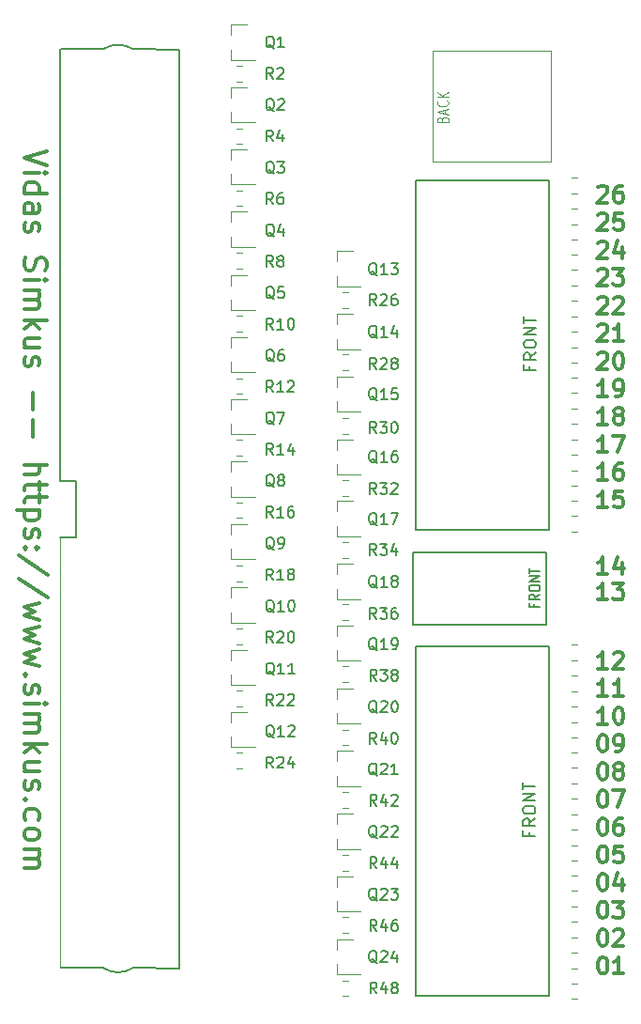
<source format=gto>
G04 #@! TF.GenerationSoftware,KiCad,Pcbnew,5.0.2-bee76a0~70~ubuntu18.04.1*
G04 #@! TF.CreationDate,2019-06-11T19:18:52-05:00*
G04 #@! TF.ProjectId,ADAPTER_BOARD,41444150-5445-4525-9f42-4f4152442e6b,rev?*
G04 #@! TF.SameCoordinates,Original*
G04 #@! TF.FileFunction,Legend,Top*
G04 #@! TF.FilePolarity,Positive*
%FSLAX46Y46*%
G04 Gerber Fmt 4.6, Leading zero omitted, Abs format (unit mm)*
G04 Created by KiCad (PCBNEW 5.0.2-bee76a0~70~ubuntu18.04.1) date Tue 11 Jun 2019 07:18:52 PM CDT*
%MOMM*%
%LPD*%
G01*
G04 APERTURE LIST*
%ADD10C,0.300000*%
%ADD11C,0.150000*%
%ADD12C,0.100000*%
%ADD13C,0.120000*%
G04 APERTURE END LIST*
D10*
X55095238Y-43523809D02*
X53095238Y-44190476D01*
X55095238Y-44857142D01*
X53095238Y-45523809D02*
X54428571Y-45523809D01*
X55095238Y-45523809D02*
X55000000Y-45428571D01*
X54904761Y-45523809D01*
X55000000Y-45619047D01*
X55095238Y-45523809D01*
X54904761Y-45523809D01*
X53095238Y-47333333D02*
X55095238Y-47333333D01*
X53190476Y-47333333D02*
X53095238Y-47142857D01*
X53095238Y-46761904D01*
X53190476Y-46571428D01*
X53285714Y-46476190D01*
X53476190Y-46380952D01*
X54047619Y-46380952D01*
X54238095Y-46476190D01*
X54333333Y-46571428D01*
X54428571Y-46761904D01*
X54428571Y-47142857D01*
X54333333Y-47333333D01*
X53095238Y-49142857D02*
X54142857Y-49142857D01*
X54333333Y-49047619D01*
X54428571Y-48857142D01*
X54428571Y-48476190D01*
X54333333Y-48285714D01*
X53190476Y-49142857D02*
X53095238Y-48952380D01*
X53095238Y-48476190D01*
X53190476Y-48285714D01*
X53380952Y-48190476D01*
X53571428Y-48190476D01*
X53761904Y-48285714D01*
X53857142Y-48476190D01*
X53857142Y-48952380D01*
X53952380Y-49142857D01*
X53190476Y-50000000D02*
X53095238Y-50190476D01*
X53095238Y-50571428D01*
X53190476Y-50761904D01*
X53380952Y-50857142D01*
X53476190Y-50857142D01*
X53666666Y-50761904D01*
X53761904Y-50571428D01*
X53761904Y-50285714D01*
X53857142Y-50095238D01*
X54047619Y-50000000D01*
X54142857Y-50000000D01*
X54333333Y-50095238D01*
X54428571Y-50285714D01*
X54428571Y-50571428D01*
X54333333Y-50761904D01*
X53190476Y-53142857D02*
X53095238Y-53428571D01*
X53095238Y-53904761D01*
X53190476Y-54095238D01*
X53285714Y-54190476D01*
X53476190Y-54285714D01*
X53666666Y-54285714D01*
X53857142Y-54190476D01*
X53952380Y-54095238D01*
X54047619Y-53904761D01*
X54142857Y-53523809D01*
X54238095Y-53333333D01*
X54333333Y-53238095D01*
X54523809Y-53142857D01*
X54714285Y-53142857D01*
X54904761Y-53238095D01*
X55000000Y-53333333D01*
X55095238Y-53523809D01*
X55095238Y-54000000D01*
X55000000Y-54285714D01*
X53095238Y-55142857D02*
X54428571Y-55142857D01*
X55095238Y-55142857D02*
X55000000Y-55047619D01*
X54904761Y-55142857D01*
X55000000Y-55238095D01*
X55095238Y-55142857D01*
X54904761Y-55142857D01*
X53095238Y-56095238D02*
X54428571Y-56095238D01*
X54238095Y-56095238D02*
X54333333Y-56190476D01*
X54428571Y-56380952D01*
X54428571Y-56666666D01*
X54333333Y-56857142D01*
X54142857Y-56952380D01*
X53095238Y-56952380D01*
X54142857Y-56952380D02*
X54333333Y-57047619D01*
X54428571Y-57238095D01*
X54428571Y-57523809D01*
X54333333Y-57714285D01*
X54142857Y-57809523D01*
X53095238Y-57809523D01*
X53095238Y-58761904D02*
X55095238Y-58761904D01*
X53857142Y-58952380D02*
X53095238Y-59523809D01*
X54428571Y-59523809D02*
X53666666Y-58761904D01*
X54428571Y-61238095D02*
X53095238Y-61238095D01*
X54428571Y-60380952D02*
X53380952Y-60380952D01*
X53190476Y-60476190D01*
X53095238Y-60666666D01*
X53095238Y-60952380D01*
X53190476Y-61142857D01*
X53285714Y-61238095D01*
X53190476Y-62095238D02*
X53095238Y-62285714D01*
X53095238Y-62666666D01*
X53190476Y-62857142D01*
X53380952Y-62952380D01*
X53476190Y-62952380D01*
X53666666Y-62857142D01*
X53761904Y-62666666D01*
X53761904Y-62380952D01*
X53857142Y-62190476D01*
X54047619Y-62095238D01*
X54142857Y-62095238D01*
X54333333Y-62190476D01*
X54428571Y-62380952D01*
X54428571Y-62666666D01*
X54333333Y-62857142D01*
X53857142Y-65333333D02*
X53857142Y-66857142D01*
X53857142Y-67809523D02*
X53857142Y-69333333D01*
X53095238Y-71809523D02*
X55095238Y-71809523D01*
X53095238Y-72666666D02*
X54142857Y-72666666D01*
X54333333Y-72571428D01*
X54428571Y-72380952D01*
X54428571Y-72095238D01*
X54333333Y-71904761D01*
X54238095Y-71809523D01*
X54428571Y-73333333D02*
X54428571Y-74095238D01*
X55095238Y-73619047D02*
X53380952Y-73619047D01*
X53190476Y-73714285D01*
X53095238Y-73904761D01*
X53095238Y-74095238D01*
X54428571Y-74476190D02*
X54428571Y-75238095D01*
X55095238Y-74761904D02*
X53380952Y-74761904D01*
X53190476Y-74857142D01*
X53095238Y-75047619D01*
X53095238Y-75238095D01*
X54428571Y-75904761D02*
X52428571Y-75904761D01*
X54333333Y-75904761D02*
X54428571Y-76095238D01*
X54428571Y-76476190D01*
X54333333Y-76666666D01*
X54238095Y-76761904D01*
X54047619Y-76857142D01*
X53476190Y-76857142D01*
X53285714Y-76761904D01*
X53190476Y-76666666D01*
X53095238Y-76476190D01*
X53095238Y-76095238D01*
X53190476Y-75904761D01*
X53190476Y-77619047D02*
X53095238Y-77809523D01*
X53095238Y-78190476D01*
X53190476Y-78380952D01*
X53380952Y-78476190D01*
X53476190Y-78476190D01*
X53666666Y-78380952D01*
X53761904Y-78190476D01*
X53761904Y-77904761D01*
X53857142Y-77714285D01*
X54047619Y-77619047D01*
X54142857Y-77619047D01*
X54333333Y-77714285D01*
X54428571Y-77904761D01*
X54428571Y-78190476D01*
X54333333Y-78380952D01*
X53285714Y-79333333D02*
X53190476Y-79428571D01*
X53095238Y-79333333D01*
X53190476Y-79238095D01*
X53285714Y-79333333D01*
X53095238Y-79333333D01*
X54333333Y-79333333D02*
X54238095Y-79428571D01*
X54142857Y-79333333D01*
X54238095Y-79238095D01*
X54333333Y-79333333D01*
X54142857Y-79333333D01*
X55190476Y-81714285D02*
X52619047Y-80000000D01*
X55190476Y-83809523D02*
X52619047Y-82095238D01*
X54428571Y-84285714D02*
X53095238Y-84666666D01*
X54047619Y-85047619D01*
X53095238Y-85428571D01*
X54428571Y-85809523D01*
X54428571Y-86380952D02*
X53095238Y-86761904D01*
X54047619Y-87142857D01*
X53095238Y-87523809D01*
X54428571Y-87904761D01*
X54428571Y-88476190D02*
X53095238Y-88857142D01*
X54047619Y-89238095D01*
X53095238Y-89619047D01*
X54428571Y-90000000D01*
X53285714Y-90761904D02*
X53190476Y-90857142D01*
X53095238Y-90761904D01*
X53190476Y-90666666D01*
X53285714Y-90761904D01*
X53095238Y-90761904D01*
X53190476Y-91619047D02*
X53095238Y-91809523D01*
X53095238Y-92190476D01*
X53190476Y-92380952D01*
X53380952Y-92476190D01*
X53476190Y-92476190D01*
X53666666Y-92380952D01*
X53761904Y-92190476D01*
X53761904Y-91904761D01*
X53857142Y-91714285D01*
X54047619Y-91619047D01*
X54142857Y-91619047D01*
X54333333Y-91714285D01*
X54428571Y-91904761D01*
X54428571Y-92190476D01*
X54333333Y-92380952D01*
X53095238Y-93333333D02*
X54428571Y-93333333D01*
X55095238Y-93333333D02*
X55000000Y-93238095D01*
X54904761Y-93333333D01*
X55000000Y-93428571D01*
X55095238Y-93333333D01*
X54904761Y-93333333D01*
X53095238Y-94285714D02*
X54428571Y-94285714D01*
X54238095Y-94285714D02*
X54333333Y-94380952D01*
X54428571Y-94571428D01*
X54428571Y-94857142D01*
X54333333Y-95047619D01*
X54142857Y-95142857D01*
X53095238Y-95142857D01*
X54142857Y-95142857D02*
X54333333Y-95238095D01*
X54428571Y-95428571D01*
X54428571Y-95714285D01*
X54333333Y-95904761D01*
X54142857Y-96000000D01*
X53095238Y-96000000D01*
X53095238Y-96952380D02*
X55095238Y-96952380D01*
X53857142Y-97142857D02*
X53095238Y-97714285D01*
X54428571Y-97714285D02*
X53666666Y-96952380D01*
X54428571Y-99428571D02*
X53095238Y-99428571D01*
X54428571Y-98571428D02*
X53380952Y-98571428D01*
X53190476Y-98666666D01*
X53095238Y-98857142D01*
X53095238Y-99142857D01*
X53190476Y-99333333D01*
X53285714Y-99428571D01*
X53190476Y-100285714D02*
X53095238Y-100476190D01*
X53095238Y-100857142D01*
X53190476Y-101047619D01*
X53380952Y-101142857D01*
X53476190Y-101142857D01*
X53666666Y-101047619D01*
X53761904Y-100857142D01*
X53761904Y-100571428D01*
X53857142Y-100380952D01*
X54047619Y-100285714D01*
X54142857Y-100285714D01*
X54333333Y-100380952D01*
X54428571Y-100571428D01*
X54428571Y-100857142D01*
X54333333Y-101047619D01*
X53285714Y-102000000D02*
X53190476Y-102095238D01*
X53095238Y-102000000D01*
X53190476Y-101904761D01*
X53285714Y-102000000D01*
X53095238Y-102000000D01*
X53190476Y-103809523D02*
X53095238Y-103619047D01*
X53095238Y-103238095D01*
X53190476Y-103047619D01*
X53285714Y-102952380D01*
X53476190Y-102857142D01*
X54047619Y-102857142D01*
X54238095Y-102952380D01*
X54333333Y-103047619D01*
X54428571Y-103238095D01*
X54428571Y-103619047D01*
X54333333Y-103809523D01*
X53095238Y-104952380D02*
X53190476Y-104761904D01*
X53285714Y-104666666D01*
X53476190Y-104571428D01*
X54047619Y-104571428D01*
X54238095Y-104666666D01*
X54333333Y-104761904D01*
X54428571Y-104952380D01*
X54428571Y-105238095D01*
X54333333Y-105428571D01*
X54238095Y-105523809D01*
X54047619Y-105619047D01*
X53476190Y-105619047D01*
X53285714Y-105523809D01*
X53190476Y-105428571D01*
X53095238Y-105238095D01*
X53095238Y-104952380D01*
X53095238Y-106476190D02*
X54428571Y-106476190D01*
X54238095Y-106476190D02*
X54333333Y-106571428D01*
X54428571Y-106761904D01*
X54428571Y-107047619D01*
X54333333Y-107238095D01*
X54142857Y-107333333D01*
X53095238Y-107333333D01*
X54142857Y-107333333D02*
X54333333Y-107428571D01*
X54428571Y-107619047D01*
X54428571Y-107904761D01*
X54333333Y-108095238D01*
X54142857Y-108190476D01*
X53095238Y-108190476D01*
X105714285Y-81678571D02*
X104857142Y-81678571D01*
X105285714Y-81678571D02*
X105285714Y-80178571D01*
X105142857Y-80392857D01*
X105000000Y-80535714D01*
X104857142Y-80607142D01*
X107000000Y-80678571D02*
X107000000Y-81678571D01*
X106642857Y-80107142D02*
X106285714Y-81178571D01*
X107214285Y-81178571D01*
X105714285Y-83978571D02*
X104857142Y-83978571D01*
X105285714Y-83978571D02*
X105285714Y-82478571D01*
X105142857Y-82692857D01*
X105000000Y-82835714D01*
X104857142Y-82907142D01*
X106214285Y-82478571D02*
X107142857Y-82478571D01*
X106642857Y-83050000D01*
X106857142Y-83050000D01*
X107000000Y-83121428D01*
X107071428Y-83192857D01*
X107142857Y-83335714D01*
X107142857Y-83692857D01*
X107071428Y-83835714D01*
X107000000Y-83907142D01*
X106857142Y-83978571D01*
X106428571Y-83978571D01*
X106285714Y-83907142D01*
X106214285Y-83835714D01*
X105714285Y-73178571D02*
X104857142Y-73178571D01*
X105285714Y-73178571D02*
X105285714Y-71678571D01*
X105142857Y-71892857D01*
X105000000Y-72035714D01*
X104857142Y-72107142D01*
X107000000Y-71678571D02*
X106714285Y-71678571D01*
X106571428Y-71750000D01*
X106500000Y-71821428D01*
X106357142Y-72035714D01*
X106285714Y-72321428D01*
X106285714Y-72892857D01*
X106357142Y-73035714D01*
X106428571Y-73107142D01*
X106571428Y-73178571D01*
X106857142Y-73178571D01*
X107000000Y-73107142D01*
X107071428Y-73035714D01*
X107142857Y-72892857D01*
X107142857Y-72535714D01*
X107071428Y-72392857D01*
X107000000Y-72321428D01*
X106857142Y-72250000D01*
X106571428Y-72250000D01*
X106428571Y-72321428D01*
X106357142Y-72392857D01*
X106285714Y-72535714D01*
X105714285Y-70678571D02*
X104857142Y-70678571D01*
X105285714Y-70678571D02*
X105285714Y-69178571D01*
X105142857Y-69392857D01*
X105000000Y-69535714D01*
X104857142Y-69607142D01*
X106214285Y-69178571D02*
X107214285Y-69178571D01*
X106571428Y-70678571D01*
X105714285Y-68178571D02*
X104857142Y-68178571D01*
X105285714Y-68178571D02*
X105285714Y-66678571D01*
X105142857Y-66892857D01*
X105000000Y-67035714D01*
X104857142Y-67107142D01*
X106571428Y-67321428D02*
X106428571Y-67250000D01*
X106357142Y-67178571D01*
X106285714Y-67035714D01*
X106285714Y-66964285D01*
X106357142Y-66821428D01*
X106428571Y-66750000D01*
X106571428Y-66678571D01*
X106857142Y-66678571D01*
X107000000Y-66750000D01*
X107071428Y-66821428D01*
X107142857Y-66964285D01*
X107142857Y-67035714D01*
X107071428Y-67178571D01*
X107000000Y-67250000D01*
X106857142Y-67321428D01*
X106571428Y-67321428D01*
X106428571Y-67392857D01*
X106357142Y-67464285D01*
X106285714Y-67607142D01*
X106285714Y-67892857D01*
X106357142Y-68035714D01*
X106428571Y-68107142D01*
X106571428Y-68178571D01*
X106857142Y-68178571D01*
X107000000Y-68107142D01*
X107071428Y-68035714D01*
X107142857Y-67892857D01*
X107142857Y-67607142D01*
X107071428Y-67464285D01*
X107000000Y-67392857D01*
X106857142Y-67321428D01*
X105714285Y-65678571D02*
X104857142Y-65678571D01*
X105285714Y-65678571D02*
X105285714Y-64178571D01*
X105142857Y-64392857D01*
X105000000Y-64535714D01*
X104857142Y-64607142D01*
X106428571Y-65678571D02*
X106714285Y-65678571D01*
X106857142Y-65607142D01*
X106928571Y-65535714D01*
X107071428Y-65321428D01*
X107142857Y-65035714D01*
X107142857Y-64464285D01*
X107071428Y-64321428D01*
X107000000Y-64250000D01*
X106857142Y-64178571D01*
X106571428Y-64178571D01*
X106428571Y-64250000D01*
X106357142Y-64321428D01*
X106285714Y-64464285D01*
X106285714Y-64821428D01*
X106357142Y-64964285D01*
X106428571Y-65035714D01*
X106571428Y-65107142D01*
X106857142Y-65107142D01*
X107000000Y-65035714D01*
X107071428Y-64964285D01*
X107142857Y-64821428D01*
X104857142Y-61821428D02*
X104928571Y-61750000D01*
X105071428Y-61678571D01*
X105428571Y-61678571D01*
X105571428Y-61750000D01*
X105642857Y-61821428D01*
X105714285Y-61964285D01*
X105714285Y-62107142D01*
X105642857Y-62321428D01*
X104785714Y-63178571D01*
X105714285Y-63178571D01*
X106642857Y-61678571D02*
X106785714Y-61678571D01*
X106928571Y-61750000D01*
X107000000Y-61821428D01*
X107071428Y-61964285D01*
X107142857Y-62250000D01*
X107142857Y-62607142D01*
X107071428Y-62892857D01*
X107000000Y-63035714D01*
X106928571Y-63107142D01*
X106785714Y-63178571D01*
X106642857Y-63178571D01*
X106500000Y-63107142D01*
X106428571Y-63035714D01*
X106357142Y-62892857D01*
X106285714Y-62607142D01*
X106285714Y-62250000D01*
X106357142Y-61964285D01*
X106428571Y-61821428D01*
X106500000Y-61750000D01*
X106642857Y-61678571D01*
X104857142Y-59321428D02*
X104928571Y-59250000D01*
X105071428Y-59178571D01*
X105428571Y-59178571D01*
X105571428Y-59250000D01*
X105642857Y-59321428D01*
X105714285Y-59464285D01*
X105714285Y-59607142D01*
X105642857Y-59821428D01*
X104785714Y-60678571D01*
X105714285Y-60678571D01*
X107142857Y-60678571D02*
X106285714Y-60678571D01*
X106714285Y-60678571D02*
X106714285Y-59178571D01*
X106571428Y-59392857D01*
X106428571Y-59535714D01*
X106285714Y-59607142D01*
X104857142Y-56821428D02*
X104928571Y-56750000D01*
X105071428Y-56678571D01*
X105428571Y-56678571D01*
X105571428Y-56750000D01*
X105642857Y-56821428D01*
X105714285Y-56964285D01*
X105714285Y-57107142D01*
X105642857Y-57321428D01*
X104785714Y-58178571D01*
X105714285Y-58178571D01*
X106285714Y-56821428D02*
X106357142Y-56750000D01*
X106500000Y-56678571D01*
X106857142Y-56678571D01*
X107000000Y-56750000D01*
X107071428Y-56821428D01*
X107142857Y-56964285D01*
X107142857Y-57107142D01*
X107071428Y-57321428D01*
X106214285Y-58178571D01*
X107142857Y-58178571D01*
X104857142Y-54321428D02*
X104928571Y-54250000D01*
X105071428Y-54178571D01*
X105428571Y-54178571D01*
X105571428Y-54250000D01*
X105642857Y-54321428D01*
X105714285Y-54464285D01*
X105714285Y-54607142D01*
X105642857Y-54821428D01*
X104785714Y-55678571D01*
X105714285Y-55678571D01*
X106214285Y-54178571D02*
X107142857Y-54178571D01*
X106642857Y-54750000D01*
X106857142Y-54750000D01*
X107000000Y-54821428D01*
X107071428Y-54892857D01*
X107142857Y-55035714D01*
X107142857Y-55392857D01*
X107071428Y-55535714D01*
X107000000Y-55607142D01*
X106857142Y-55678571D01*
X106428571Y-55678571D01*
X106285714Y-55607142D01*
X106214285Y-55535714D01*
X104857142Y-51821428D02*
X104928571Y-51750000D01*
X105071428Y-51678571D01*
X105428571Y-51678571D01*
X105571428Y-51750000D01*
X105642857Y-51821428D01*
X105714285Y-51964285D01*
X105714285Y-52107142D01*
X105642857Y-52321428D01*
X104785714Y-53178571D01*
X105714285Y-53178571D01*
X107000000Y-52178571D02*
X107000000Y-53178571D01*
X106642857Y-51607142D02*
X106285714Y-52678571D01*
X107214285Y-52678571D01*
X104857142Y-49321428D02*
X104928571Y-49250000D01*
X105071428Y-49178571D01*
X105428571Y-49178571D01*
X105571428Y-49250000D01*
X105642857Y-49321428D01*
X105714285Y-49464285D01*
X105714285Y-49607142D01*
X105642857Y-49821428D01*
X104785714Y-50678571D01*
X105714285Y-50678571D01*
X107071428Y-49178571D02*
X106357142Y-49178571D01*
X106285714Y-49892857D01*
X106357142Y-49821428D01*
X106500000Y-49750000D01*
X106857142Y-49750000D01*
X107000000Y-49821428D01*
X107071428Y-49892857D01*
X107142857Y-50035714D01*
X107142857Y-50392857D01*
X107071428Y-50535714D01*
X107000000Y-50607142D01*
X106857142Y-50678571D01*
X106500000Y-50678571D01*
X106357142Y-50607142D01*
X106285714Y-50535714D01*
X104857142Y-46821428D02*
X104928571Y-46750000D01*
X105071428Y-46678571D01*
X105428571Y-46678571D01*
X105571428Y-46750000D01*
X105642857Y-46821428D01*
X105714285Y-46964285D01*
X105714285Y-47107142D01*
X105642857Y-47321428D01*
X104785714Y-48178571D01*
X105714285Y-48178571D01*
X107000000Y-46678571D02*
X106714285Y-46678571D01*
X106571428Y-46750000D01*
X106500000Y-46821428D01*
X106357142Y-47035714D01*
X106285714Y-47321428D01*
X106285714Y-47892857D01*
X106357142Y-48035714D01*
X106428571Y-48107142D01*
X106571428Y-48178571D01*
X106857142Y-48178571D01*
X107000000Y-48107142D01*
X107071428Y-48035714D01*
X107142857Y-47892857D01*
X107142857Y-47535714D01*
X107071428Y-47392857D01*
X107000000Y-47321428D01*
X106857142Y-47250000D01*
X106571428Y-47250000D01*
X106428571Y-47321428D01*
X106357142Y-47392857D01*
X106285714Y-47535714D01*
X105714285Y-75678571D02*
X104857142Y-75678571D01*
X105285714Y-75678571D02*
X105285714Y-74178571D01*
X105142857Y-74392857D01*
X105000000Y-74535714D01*
X104857142Y-74607142D01*
X107071428Y-74178571D02*
X106357142Y-74178571D01*
X106285714Y-74892857D01*
X106357142Y-74821428D01*
X106500000Y-74750000D01*
X106857142Y-74750000D01*
X107000000Y-74821428D01*
X107071428Y-74892857D01*
X107142857Y-75035714D01*
X107142857Y-75392857D01*
X107071428Y-75535714D01*
X107000000Y-75607142D01*
X106857142Y-75678571D01*
X106500000Y-75678571D01*
X106357142Y-75607142D01*
X106285714Y-75535714D01*
X105714285Y-90178571D02*
X104857142Y-90178571D01*
X105285714Y-90178571D02*
X105285714Y-88678571D01*
X105142857Y-88892857D01*
X105000000Y-89035714D01*
X104857142Y-89107142D01*
X106285714Y-88821428D02*
X106357142Y-88750000D01*
X106500000Y-88678571D01*
X106857142Y-88678571D01*
X107000000Y-88750000D01*
X107071428Y-88821428D01*
X107142857Y-88964285D01*
X107142857Y-89107142D01*
X107071428Y-89321428D01*
X106214285Y-90178571D01*
X107142857Y-90178571D01*
X105714285Y-92678571D02*
X104857142Y-92678571D01*
X105285714Y-92678571D02*
X105285714Y-91178571D01*
X105142857Y-91392857D01*
X105000000Y-91535714D01*
X104857142Y-91607142D01*
X107142857Y-92678571D02*
X106285714Y-92678571D01*
X106714285Y-92678571D02*
X106714285Y-91178571D01*
X106571428Y-91392857D01*
X106428571Y-91535714D01*
X106285714Y-91607142D01*
X105714285Y-95178571D02*
X104857142Y-95178571D01*
X105285714Y-95178571D02*
X105285714Y-93678571D01*
X105142857Y-93892857D01*
X105000000Y-94035714D01*
X104857142Y-94107142D01*
X106642857Y-93678571D02*
X106785714Y-93678571D01*
X106928571Y-93750000D01*
X107000000Y-93821428D01*
X107071428Y-93964285D01*
X107142857Y-94250000D01*
X107142857Y-94607142D01*
X107071428Y-94892857D01*
X107000000Y-95035714D01*
X106928571Y-95107142D01*
X106785714Y-95178571D01*
X106642857Y-95178571D01*
X106500000Y-95107142D01*
X106428571Y-95035714D01*
X106357142Y-94892857D01*
X106285714Y-94607142D01*
X106285714Y-94250000D01*
X106357142Y-93964285D01*
X106428571Y-93821428D01*
X106500000Y-93750000D01*
X106642857Y-93678571D01*
X105214285Y-96178571D02*
X105357142Y-96178571D01*
X105500000Y-96250000D01*
X105571428Y-96321428D01*
X105642857Y-96464285D01*
X105714285Y-96750000D01*
X105714285Y-97107142D01*
X105642857Y-97392857D01*
X105571428Y-97535714D01*
X105500000Y-97607142D01*
X105357142Y-97678571D01*
X105214285Y-97678571D01*
X105071428Y-97607142D01*
X105000000Y-97535714D01*
X104928571Y-97392857D01*
X104857142Y-97107142D01*
X104857142Y-96750000D01*
X104928571Y-96464285D01*
X105000000Y-96321428D01*
X105071428Y-96250000D01*
X105214285Y-96178571D01*
X106428571Y-97678571D02*
X106714285Y-97678571D01*
X106857142Y-97607142D01*
X106928571Y-97535714D01*
X107071428Y-97321428D01*
X107142857Y-97035714D01*
X107142857Y-96464285D01*
X107071428Y-96321428D01*
X107000000Y-96250000D01*
X106857142Y-96178571D01*
X106571428Y-96178571D01*
X106428571Y-96250000D01*
X106357142Y-96321428D01*
X106285714Y-96464285D01*
X106285714Y-96821428D01*
X106357142Y-96964285D01*
X106428571Y-97035714D01*
X106571428Y-97107142D01*
X106857142Y-97107142D01*
X107000000Y-97035714D01*
X107071428Y-96964285D01*
X107142857Y-96821428D01*
X105214285Y-98678571D02*
X105357142Y-98678571D01*
X105500000Y-98750000D01*
X105571428Y-98821428D01*
X105642857Y-98964285D01*
X105714285Y-99250000D01*
X105714285Y-99607142D01*
X105642857Y-99892857D01*
X105571428Y-100035714D01*
X105500000Y-100107142D01*
X105357142Y-100178571D01*
X105214285Y-100178571D01*
X105071428Y-100107142D01*
X105000000Y-100035714D01*
X104928571Y-99892857D01*
X104857142Y-99607142D01*
X104857142Y-99250000D01*
X104928571Y-98964285D01*
X105000000Y-98821428D01*
X105071428Y-98750000D01*
X105214285Y-98678571D01*
X106571428Y-99321428D02*
X106428571Y-99250000D01*
X106357142Y-99178571D01*
X106285714Y-99035714D01*
X106285714Y-98964285D01*
X106357142Y-98821428D01*
X106428571Y-98750000D01*
X106571428Y-98678571D01*
X106857142Y-98678571D01*
X107000000Y-98750000D01*
X107071428Y-98821428D01*
X107142857Y-98964285D01*
X107142857Y-99035714D01*
X107071428Y-99178571D01*
X107000000Y-99250000D01*
X106857142Y-99321428D01*
X106571428Y-99321428D01*
X106428571Y-99392857D01*
X106357142Y-99464285D01*
X106285714Y-99607142D01*
X106285714Y-99892857D01*
X106357142Y-100035714D01*
X106428571Y-100107142D01*
X106571428Y-100178571D01*
X106857142Y-100178571D01*
X107000000Y-100107142D01*
X107071428Y-100035714D01*
X107142857Y-99892857D01*
X107142857Y-99607142D01*
X107071428Y-99464285D01*
X107000000Y-99392857D01*
X106857142Y-99321428D01*
X105214285Y-101178571D02*
X105357142Y-101178571D01*
X105500000Y-101250000D01*
X105571428Y-101321428D01*
X105642857Y-101464285D01*
X105714285Y-101750000D01*
X105714285Y-102107142D01*
X105642857Y-102392857D01*
X105571428Y-102535714D01*
X105500000Y-102607142D01*
X105357142Y-102678571D01*
X105214285Y-102678571D01*
X105071428Y-102607142D01*
X105000000Y-102535714D01*
X104928571Y-102392857D01*
X104857142Y-102107142D01*
X104857142Y-101750000D01*
X104928571Y-101464285D01*
X105000000Y-101321428D01*
X105071428Y-101250000D01*
X105214285Y-101178571D01*
X106214285Y-101178571D02*
X107214285Y-101178571D01*
X106571428Y-102678571D01*
X105214285Y-103678571D02*
X105357142Y-103678571D01*
X105500000Y-103750000D01*
X105571428Y-103821428D01*
X105642857Y-103964285D01*
X105714285Y-104250000D01*
X105714285Y-104607142D01*
X105642857Y-104892857D01*
X105571428Y-105035714D01*
X105500000Y-105107142D01*
X105357142Y-105178571D01*
X105214285Y-105178571D01*
X105071428Y-105107142D01*
X105000000Y-105035714D01*
X104928571Y-104892857D01*
X104857142Y-104607142D01*
X104857142Y-104250000D01*
X104928571Y-103964285D01*
X105000000Y-103821428D01*
X105071428Y-103750000D01*
X105214285Y-103678571D01*
X107000000Y-103678571D02*
X106714285Y-103678571D01*
X106571428Y-103750000D01*
X106500000Y-103821428D01*
X106357142Y-104035714D01*
X106285714Y-104321428D01*
X106285714Y-104892857D01*
X106357142Y-105035714D01*
X106428571Y-105107142D01*
X106571428Y-105178571D01*
X106857142Y-105178571D01*
X107000000Y-105107142D01*
X107071428Y-105035714D01*
X107142857Y-104892857D01*
X107142857Y-104535714D01*
X107071428Y-104392857D01*
X107000000Y-104321428D01*
X106857142Y-104250000D01*
X106571428Y-104250000D01*
X106428571Y-104321428D01*
X106357142Y-104392857D01*
X106285714Y-104535714D01*
X105214285Y-106178571D02*
X105357142Y-106178571D01*
X105500000Y-106250000D01*
X105571428Y-106321428D01*
X105642857Y-106464285D01*
X105714285Y-106750000D01*
X105714285Y-107107142D01*
X105642857Y-107392857D01*
X105571428Y-107535714D01*
X105500000Y-107607142D01*
X105357142Y-107678571D01*
X105214285Y-107678571D01*
X105071428Y-107607142D01*
X105000000Y-107535714D01*
X104928571Y-107392857D01*
X104857142Y-107107142D01*
X104857142Y-106750000D01*
X104928571Y-106464285D01*
X105000000Y-106321428D01*
X105071428Y-106250000D01*
X105214285Y-106178571D01*
X107071428Y-106178571D02*
X106357142Y-106178571D01*
X106285714Y-106892857D01*
X106357142Y-106821428D01*
X106500000Y-106750000D01*
X106857142Y-106750000D01*
X107000000Y-106821428D01*
X107071428Y-106892857D01*
X107142857Y-107035714D01*
X107142857Y-107392857D01*
X107071428Y-107535714D01*
X107000000Y-107607142D01*
X106857142Y-107678571D01*
X106500000Y-107678571D01*
X106357142Y-107607142D01*
X106285714Y-107535714D01*
X105214285Y-108678571D02*
X105357142Y-108678571D01*
X105500000Y-108750000D01*
X105571428Y-108821428D01*
X105642857Y-108964285D01*
X105714285Y-109250000D01*
X105714285Y-109607142D01*
X105642857Y-109892857D01*
X105571428Y-110035714D01*
X105500000Y-110107142D01*
X105357142Y-110178571D01*
X105214285Y-110178571D01*
X105071428Y-110107142D01*
X105000000Y-110035714D01*
X104928571Y-109892857D01*
X104857142Y-109607142D01*
X104857142Y-109250000D01*
X104928571Y-108964285D01*
X105000000Y-108821428D01*
X105071428Y-108750000D01*
X105214285Y-108678571D01*
X107000000Y-109178571D02*
X107000000Y-110178571D01*
X106642857Y-108607142D02*
X106285714Y-109678571D01*
X107214285Y-109678571D01*
X105214285Y-111178571D02*
X105357142Y-111178571D01*
X105500000Y-111250000D01*
X105571428Y-111321428D01*
X105642857Y-111464285D01*
X105714285Y-111750000D01*
X105714285Y-112107142D01*
X105642857Y-112392857D01*
X105571428Y-112535714D01*
X105500000Y-112607142D01*
X105357142Y-112678571D01*
X105214285Y-112678571D01*
X105071428Y-112607142D01*
X105000000Y-112535714D01*
X104928571Y-112392857D01*
X104857142Y-112107142D01*
X104857142Y-111750000D01*
X104928571Y-111464285D01*
X105000000Y-111321428D01*
X105071428Y-111250000D01*
X105214285Y-111178571D01*
X106214285Y-111178571D02*
X107142857Y-111178571D01*
X106642857Y-111750000D01*
X106857142Y-111750000D01*
X107000000Y-111821428D01*
X107071428Y-111892857D01*
X107142857Y-112035714D01*
X107142857Y-112392857D01*
X107071428Y-112535714D01*
X107000000Y-112607142D01*
X106857142Y-112678571D01*
X106428571Y-112678571D01*
X106285714Y-112607142D01*
X106214285Y-112535714D01*
X105214285Y-113678571D02*
X105357142Y-113678571D01*
X105500000Y-113750000D01*
X105571428Y-113821428D01*
X105642857Y-113964285D01*
X105714285Y-114250000D01*
X105714285Y-114607142D01*
X105642857Y-114892857D01*
X105571428Y-115035714D01*
X105500000Y-115107142D01*
X105357142Y-115178571D01*
X105214285Y-115178571D01*
X105071428Y-115107142D01*
X105000000Y-115035714D01*
X104928571Y-114892857D01*
X104857142Y-114607142D01*
X104857142Y-114250000D01*
X104928571Y-113964285D01*
X105000000Y-113821428D01*
X105071428Y-113750000D01*
X105214285Y-113678571D01*
X106285714Y-113821428D02*
X106357142Y-113750000D01*
X106500000Y-113678571D01*
X106857142Y-113678571D01*
X107000000Y-113750000D01*
X107071428Y-113821428D01*
X107142857Y-113964285D01*
X107142857Y-114107142D01*
X107071428Y-114321428D01*
X106214285Y-115178571D01*
X107142857Y-115178571D01*
X105214285Y-116178571D02*
X105357142Y-116178571D01*
X105500000Y-116250000D01*
X105571428Y-116321428D01*
X105642857Y-116464285D01*
X105714285Y-116750000D01*
X105714285Y-117107142D01*
X105642857Y-117392857D01*
X105571428Y-117535714D01*
X105500000Y-117607142D01*
X105357142Y-117678571D01*
X105214285Y-117678571D01*
X105071428Y-117607142D01*
X105000000Y-117535714D01*
X104928571Y-117392857D01*
X104857142Y-117107142D01*
X104857142Y-116750000D01*
X104928571Y-116464285D01*
X105000000Y-116321428D01*
X105071428Y-116250000D01*
X105214285Y-116178571D01*
X107142857Y-117678571D02*
X106285714Y-117678571D01*
X106714285Y-117678571D02*
X106714285Y-116178571D01*
X106571428Y-116392857D01*
X106428571Y-116535714D01*
X106285714Y-116607142D01*
D11*
G04 #@! TO.C,BOARD1*
X56350000Y-73240000D02*
X57750000Y-73240000D01*
X57750000Y-78320000D02*
X56350000Y-78320000D01*
X56350000Y-34359145D02*
X56350000Y-73240000D01*
X57750000Y-73240000D02*
X57750000Y-78320000D01*
X62873114Y-117172006D02*
X67050000Y-117180855D01*
D12*
X56350000Y-78320000D02*
X56350000Y-117159146D01*
D11*
X60197074Y-34367430D02*
X56400000Y-34359145D01*
X67050000Y-34380854D02*
X62909901Y-34372067D01*
X56400000Y-117159146D02*
X60219844Y-117167471D01*
X60198288Y-34366627D02*
G75*
G02X62909901Y-34372067I1351712J-2043373D01*
G01*
X62874212Y-117171301D02*
G75*
G02X60219844Y-117167471I-1324212J2061301D01*
G01*
X67050000Y-117180855D02*
X67050000Y-34380854D01*
G04 #@! TO.C,PLC1-12*
X100450000Y-46200000D02*
X88450000Y-46200000D01*
X100450000Y-77700000D02*
X100450000Y-46200000D01*
X88450000Y-77700000D02*
X88450000Y-46200000D01*
X100450000Y-77700000D02*
X88450000Y-77700000D01*
G04 #@! TO.C,PLC13-14*
X100400000Y-88200000D02*
X88400000Y-88200000D01*
X100400000Y-119700000D02*
X100400000Y-88200000D01*
X88400000Y-119700000D02*
X88400000Y-88200000D01*
X100400000Y-119700000D02*
X88400000Y-119700000D01*
G04 #@! TO.C,PLC24*
X100170000Y-86250000D02*
X88170000Y-86250000D01*
X100170000Y-86250000D02*
X100170000Y-79750000D01*
X100170000Y-79750000D02*
X88170000Y-79750000D01*
X88170000Y-86250000D02*
X88170000Y-79750000D01*
D13*
G04 #@! TO.C,R18*
X72221422Y-82310000D02*
X72738578Y-82310000D01*
X72221422Y-80890000D02*
X72738578Y-80890000D01*
G04 #@! TO.C,Q5*
X71740000Y-54720000D02*
X73200000Y-54720000D01*
X71740000Y-57880000D02*
X73900000Y-57880000D01*
X71740000Y-57880000D02*
X71740000Y-56950000D01*
X71740000Y-54720000D02*
X71740000Y-55650000D01*
D12*
G04 #@! TO.C,VDC24*
X100590000Y-44480000D02*
X89890000Y-44480000D01*
X100590000Y-44480000D02*
X100590000Y-34480000D01*
X100590000Y-34480000D02*
X89890000Y-34480000D01*
X89890000Y-44480000D02*
X89890000Y-34480000D01*
D13*
G04 #@! TO.C,Q1*
X71740000Y-32170000D02*
X73200000Y-32170000D01*
X71740000Y-35330000D02*
X73900000Y-35330000D01*
X71740000Y-35330000D02*
X71740000Y-34400000D01*
X71740000Y-32170000D02*
X71740000Y-33100000D01*
G04 #@! TO.C,Q2*
X71740000Y-37783042D02*
X71740000Y-38713042D01*
X71740000Y-40943042D02*
X71740000Y-40013042D01*
X71740000Y-40943042D02*
X73900000Y-40943042D01*
X71740000Y-37783042D02*
X73200000Y-37783042D01*
G04 #@! TO.C,Q3*
X71740000Y-43396084D02*
X73200000Y-43396084D01*
X71740000Y-46556084D02*
X73900000Y-46556084D01*
X71740000Y-46556084D02*
X71740000Y-45626084D01*
X71740000Y-43396084D02*
X71740000Y-44326084D01*
G04 #@! TO.C,Q4*
X71740000Y-49009126D02*
X71740000Y-49939126D01*
X71740000Y-52169126D02*
X71740000Y-51239126D01*
X71740000Y-52169126D02*
X73900000Y-52169126D01*
X71740000Y-49009126D02*
X73200000Y-49009126D01*
G04 #@! TO.C,Q6*
X71740000Y-60320000D02*
X71740000Y-61250000D01*
X71740000Y-63480000D02*
X71740000Y-62550000D01*
X71740000Y-63480000D02*
X73900000Y-63480000D01*
X71740000Y-60320000D02*
X73200000Y-60320000D01*
G04 #@! TO.C,Q7*
X71740000Y-65920000D02*
X73200000Y-65920000D01*
X71740000Y-69080000D02*
X73900000Y-69080000D01*
X71740000Y-69080000D02*
X71740000Y-68150000D01*
X71740000Y-65920000D02*
X71740000Y-66850000D01*
G04 #@! TO.C,Q8*
X71740000Y-71520000D02*
X71740000Y-72450000D01*
X71740000Y-74680000D02*
X71740000Y-73750000D01*
X71740000Y-74680000D02*
X73900000Y-74680000D01*
X71740000Y-71520000D02*
X73200000Y-71520000D01*
G04 #@! TO.C,Q9*
X71740000Y-77174336D02*
X73200000Y-77174336D01*
X71740000Y-80334336D02*
X73900000Y-80334336D01*
X71740000Y-80334336D02*
X71740000Y-79404336D01*
X71740000Y-77174336D02*
X71740000Y-78104336D01*
G04 #@! TO.C,Q10*
X71740000Y-82887378D02*
X71740000Y-83817378D01*
X71740000Y-86047378D02*
X71740000Y-85117378D01*
X71740000Y-86047378D02*
X73900000Y-86047378D01*
X71740000Y-82887378D02*
X73200000Y-82887378D01*
G04 #@! TO.C,Q11*
X71740000Y-88520000D02*
X73200000Y-88520000D01*
X71740000Y-91680000D02*
X73900000Y-91680000D01*
X71740000Y-91680000D02*
X71740000Y-90750000D01*
X71740000Y-88520000D02*
X71740000Y-89450000D01*
G04 #@! TO.C,Q12*
X71740000Y-94113462D02*
X73200000Y-94113462D01*
X71740000Y-97273462D02*
X73900000Y-97273462D01*
X71740000Y-97273462D02*
X71740000Y-96343462D01*
X71740000Y-94113462D02*
X71740000Y-95043462D01*
G04 #@! TO.C,Q13*
X81290000Y-52570000D02*
X81290000Y-53500000D01*
X81290000Y-55730000D02*
X81290000Y-54800000D01*
X81290000Y-55730000D02*
X83450000Y-55730000D01*
X81290000Y-52570000D02*
X82750000Y-52570000D01*
G04 #@! TO.C,Q14*
X81290000Y-58225764D02*
X82750000Y-58225764D01*
X81290000Y-61385764D02*
X83450000Y-61385764D01*
X81290000Y-61385764D02*
X81290000Y-60455764D01*
X81290000Y-58225764D02*
X81290000Y-59155764D01*
G04 #@! TO.C,Q15*
X81290000Y-63881528D02*
X81290000Y-64811528D01*
X81290000Y-67041528D02*
X81290000Y-66111528D01*
X81290000Y-67041528D02*
X83450000Y-67041528D01*
X81290000Y-63881528D02*
X82750000Y-63881528D01*
G04 #@! TO.C,Q16*
X81290000Y-69537292D02*
X81290000Y-70467292D01*
X81290000Y-72697292D02*
X81290000Y-71767292D01*
X81290000Y-72697292D02*
X83450000Y-72697292D01*
X81290000Y-69537292D02*
X82750000Y-69537292D01*
G04 #@! TO.C,Q17*
X81290000Y-75093056D02*
X82750000Y-75093056D01*
X81290000Y-78253056D02*
X83450000Y-78253056D01*
X81290000Y-78253056D02*
X81290000Y-77323056D01*
X81290000Y-75093056D02*
X81290000Y-76023056D01*
G04 #@! TO.C,Q18*
X81290000Y-80748820D02*
X81290000Y-81678820D01*
X81290000Y-83908820D02*
X81290000Y-82978820D01*
X81290000Y-83908820D02*
X83450000Y-83908820D01*
X81290000Y-80748820D02*
X82750000Y-80748820D01*
G04 #@! TO.C,Q19*
X81290000Y-86304584D02*
X81290000Y-87234584D01*
X81290000Y-89464584D02*
X81290000Y-88534584D01*
X81290000Y-89464584D02*
X83450000Y-89464584D01*
X81290000Y-86304584D02*
X82750000Y-86304584D01*
G04 #@! TO.C,Q20*
X81290000Y-91960348D02*
X82750000Y-91960348D01*
X81290000Y-95120348D02*
X83450000Y-95120348D01*
X81290000Y-95120348D02*
X81290000Y-94190348D01*
X81290000Y-91960348D02*
X81290000Y-92890348D01*
G04 #@! TO.C,Q21*
X81290000Y-97616112D02*
X81290000Y-98546112D01*
X81290000Y-100776112D02*
X81290000Y-99846112D01*
X81290000Y-100776112D02*
X83450000Y-100776112D01*
X81290000Y-97616112D02*
X82750000Y-97616112D01*
G04 #@! TO.C,Q22*
X81290000Y-103271876D02*
X82750000Y-103271876D01*
X81290000Y-106431876D02*
X83450000Y-106431876D01*
X81290000Y-106431876D02*
X81290000Y-105501876D01*
X81290000Y-103271876D02*
X81290000Y-104201876D01*
G04 #@! TO.C,Q23*
X81290000Y-108927640D02*
X81290000Y-109857640D01*
X81290000Y-112087640D02*
X81290000Y-111157640D01*
X81290000Y-112087640D02*
X83450000Y-112087640D01*
X81290000Y-108927640D02*
X82750000Y-108927640D01*
G04 #@! TO.C,Q24*
X81290000Y-114583404D02*
X82750000Y-114583404D01*
X81290000Y-117743404D02*
X83450000Y-117743404D01*
X81290000Y-117743404D02*
X81290000Y-116813404D01*
X81290000Y-114583404D02*
X81290000Y-115513404D01*
G04 #@! TO.C,R1*
X102441422Y-45950000D02*
X102958578Y-45950000D01*
X102441422Y-47370000D02*
X102958578Y-47370000D01*
G04 #@! TO.C,R2*
X72221422Y-37310000D02*
X72738578Y-37310000D01*
X72221422Y-35890000D02*
X72738578Y-35890000D01*
G04 #@! TO.C,R3*
X102441422Y-48722727D02*
X102958578Y-48722727D01*
X102441422Y-50142727D02*
X102958578Y-50142727D01*
G04 #@! TO.C,R4*
X72221422Y-42910000D02*
X72738578Y-42910000D01*
X72221422Y-41490000D02*
X72738578Y-41490000D01*
G04 #@! TO.C,R5*
X102441422Y-51495454D02*
X102958578Y-51495454D01*
X102441422Y-52915454D02*
X102958578Y-52915454D01*
G04 #@! TO.C,R6*
X72221422Y-47090000D02*
X72738578Y-47090000D01*
X72221422Y-48510000D02*
X72738578Y-48510000D01*
G04 #@! TO.C,R7*
X102441422Y-55688181D02*
X102958578Y-55688181D01*
X102441422Y-54268181D02*
X102958578Y-54268181D01*
G04 #@! TO.C,R8*
X72221422Y-52690000D02*
X72738578Y-52690000D01*
X72221422Y-54110000D02*
X72738578Y-54110000D01*
G04 #@! TO.C,R9*
X102441422Y-58460908D02*
X102958578Y-58460908D01*
X102441422Y-57040908D02*
X102958578Y-57040908D01*
G04 #@! TO.C,R10*
X72241422Y-58390000D02*
X72758578Y-58390000D01*
X72241422Y-59810000D02*
X72758578Y-59810000D01*
G04 #@! TO.C,R11*
X102441422Y-61233635D02*
X102958578Y-61233635D01*
X102441422Y-59813635D02*
X102958578Y-59813635D01*
G04 #@! TO.C,R12*
X72221422Y-64011731D02*
X72738578Y-64011731D01*
X72221422Y-65431731D02*
X72738578Y-65431731D01*
G04 #@! TO.C,R13*
X102441422Y-64006362D02*
X102958578Y-64006362D01*
X102441422Y-62586362D02*
X102958578Y-62586362D01*
G04 #@! TO.C,R14*
X72221422Y-71010000D02*
X72738578Y-71010000D01*
X72221422Y-69590000D02*
X72738578Y-69590000D01*
G04 #@! TO.C,R15*
X102441422Y-66779089D02*
X102958578Y-66779089D01*
X102441422Y-65359089D02*
X102958578Y-65359089D01*
G04 #@! TO.C,R16*
X72241422Y-76610000D02*
X72758578Y-76610000D01*
X72241422Y-75190000D02*
X72758578Y-75190000D01*
G04 #@! TO.C,R17*
X102441422Y-68131816D02*
X102958578Y-68131816D01*
X102441422Y-69551816D02*
X102958578Y-69551816D01*
G04 #@! TO.C,R19*
X102441422Y-72324543D02*
X102958578Y-72324543D01*
X102441422Y-70904543D02*
X102958578Y-70904543D01*
G04 #@! TO.C,R20*
X72221422Y-86590000D02*
X72738578Y-86590000D01*
X72221422Y-88010000D02*
X72738578Y-88010000D01*
G04 #@! TO.C,R21*
X102441422Y-75097270D02*
X102958578Y-75097270D01*
X102441422Y-73677270D02*
X102958578Y-73677270D01*
G04 #@! TO.C,R22*
X72221422Y-92190000D02*
X72738578Y-92190000D01*
X72221422Y-93610000D02*
X72738578Y-93610000D01*
G04 #@! TO.C,R23*
X102441422Y-76450000D02*
X102958578Y-76450000D01*
X102441422Y-77870000D02*
X102958578Y-77870000D01*
G04 #@! TO.C,R24*
X72221422Y-99210000D02*
X72738578Y-99210000D01*
X72221422Y-97790000D02*
X72738578Y-97790000D01*
G04 #@! TO.C,R25*
X102491422Y-89460000D02*
X103008578Y-89460000D01*
X102491422Y-88040000D02*
X103008578Y-88040000D01*
G04 #@! TO.C,R26*
X81771422Y-56290000D02*
X82288578Y-56290000D01*
X81771422Y-57710000D02*
X82288578Y-57710000D01*
G04 #@! TO.C,R27*
X102491422Y-92232727D02*
X103008578Y-92232727D01*
X102491422Y-90812727D02*
X103008578Y-90812727D01*
G04 #@! TO.C,R28*
X81771422Y-61890000D02*
X82288578Y-61890000D01*
X81771422Y-63310000D02*
X82288578Y-63310000D01*
G04 #@! TO.C,R29*
X102491422Y-93585454D02*
X103008578Y-93585454D01*
X102491422Y-95005454D02*
X103008578Y-95005454D01*
G04 #@! TO.C,R30*
X81771422Y-69010000D02*
X82288578Y-69010000D01*
X81771422Y-67590000D02*
X82288578Y-67590000D01*
G04 #@! TO.C,R31*
X102491422Y-97778181D02*
X103008578Y-97778181D01*
X102491422Y-96358181D02*
X103008578Y-96358181D01*
G04 #@! TO.C,R32*
X81771422Y-73190000D02*
X82288578Y-73190000D01*
X81771422Y-74610000D02*
X82288578Y-74610000D01*
G04 #@! TO.C,R33*
X102491422Y-100550908D02*
X103008578Y-100550908D01*
X102491422Y-99130908D02*
X103008578Y-99130908D01*
G04 #@! TO.C,R34*
X81771422Y-78790000D02*
X82288578Y-78790000D01*
X81771422Y-80210000D02*
X82288578Y-80210000D01*
G04 #@! TO.C,R35*
X102491422Y-101903635D02*
X103008578Y-101903635D01*
X102491422Y-103323635D02*
X103008578Y-103323635D01*
G04 #@! TO.C,R36*
X81771422Y-85810000D02*
X82288578Y-85810000D01*
X81771422Y-84390000D02*
X82288578Y-84390000D01*
G04 #@! TO.C,R37*
X102491422Y-104676362D02*
X103008578Y-104676362D01*
X102491422Y-106096362D02*
X103008578Y-106096362D01*
G04 #@! TO.C,R38*
X81771422Y-89990000D02*
X82288578Y-89990000D01*
X81771422Y-91410000D02*
X82288578Y-91410000D01*
G04 #@! TO.C,R39*
X102491422Y-107449089D02*
X103008578Y-107449089D01*
X102491422Y-108869089D02*
X103008578Y-108869089D01*
G04 #@! TO.C,R40*
X81771422Y-97110000D02*
X82288578Y-97110000D01*
X81771422Y-95690000D02*
X82288578Y-95690000D01*
G04 #@! TO.C,R41*
X102491422Y-110221816D02*
X103008578Y-110221816D01*
X102491422Y-111641816D02*
X103008578Y-111641816D01*
G04 #@! TO.C,R42*
X81771422Y-101290000D02*
X82288578Y-101290000D01*
X81771422Y-102710000D02*
X82288578Y-102710000D01*
G04 #@! TO.C,R43*
X102491422Y-114414543D02*
X103008578Y-114414543D01*
X102491422Y-112994543D02*
X103008578Y-112994543D01*
G04 #@! TO.C,R44*
X81771422Y-108410000D02*
X82288578Y-108410000D01*
X81771422Y-106990000D02*
X82288578Y-106990000D01*
G04 #@! TO.C,R45*
X102491422Y-117187270D02*
X103008578Y-117187270D01*
X102491422Y-115767270D02*
X103008578Y-115767270D01*
G04 #@! TO.C,R46*
X81771422Y-112590000D02*
X82288578Y-112590000D01*
X81771422Y-114010000D02*
X82288578Y-114010000D01*
G04 #@! TO.C,R47*
X102491422Y-119960000D02*
X103008578Y-119960000D01*
X102491422Y-118540000D02*
X103008578Y-118540000D01*
G04 #@! TO.C,R48*
X81771422Y-118290000D02*
X82288578Y-118290000D01*
X81771422Y-119710000D02*
X82288578Y-119710000D01*
G04 #@! TO.C,PLC1-12*
D11*
X98671428Y-62914285D02*
X98671428Y-63280952D01*
X99247619Y-63280952D02*
X98147619Y-63280952D01*
X98147619Y-62757142D01*
X99247619Y-61709523D02*
X98723809Y-62076190D01*
X99247619Y-62338095D02*
X98147619Y-62338095D01*
X98147619Y-61919047D01*
X98200000Y-61814285D01*
X98252380Y-61761904D01*
X98357142Y-61709523D01*
X98514285Y-61709523D01*
X98619047Y-61761904D01*
X98671428Y-61814285D01*
X98723809Y-61919047D01*
X98723809Y-62338095D01*
X98147619Y-61028571D02*
X98147619Y-60819047D01*
X98200000Y-60714285D01*
X98304761Y-60609523D01*
X98514285Y-60557142D01*
X98880952Y-60557142D01*
X99090476Y-60609523D01*
X99195238Y-60714285D01*
X99247619Y-60819047D01*
X99247619Y-61028571D01*
X99195238Y-61133333D01*
X99090476Y-61238095D01*
X98880952Y-61290476D01*
X98514285Y-61290476D01*
X98304761Y-61238095D01*
X98200000Y-61133333D01*
X98147619Y-61028571D01*
X99247619Y-60085714D02*
X98147619Y-60085714D01*
X99247619Y-59457142D01*
X98147619Y-59457142D01*
X98147619Y-59090476D02*
X98147619Y-58461904D01*
X99247619Y-58776190D02*
X98147619Y-58776190D01*
G04 #@! TO.C,PLC13-14*
X98621428Y-104914285D02*
X98621428Y-105280952D01*
X99197619Y-105280952D02*
X98097619Y-105280952D01*
X98097619Y-104757142D01*
X99197619Y-103709523D02*
X98673809Y-104076190D01*
X99197619Y-104338095D02*
X98097619Y-104338095D01*
X98097619Y-103919047D01*
X98150000Y-103814285D01*
X98202380Y-103761904D01*
X98307142Y-103709523D01*
X98464285Y-103709523D01*
X98569047Y-103761904D01*
X98621428Y-103814285D01*
X98673809Y-103919047D01*
X98673809Y-104338095D01*
X98097619Y-103028571D02*
X98097619Y-102819047D01*
X98150000Y-102714285D01*
X98254761Y-102609523D01*
X98464285Y-102557142D01*
X98830952Y-102557142D01*
X99040476Y-102609523D01*
X99145238Y-102714285D01*
X99197619Y-102819047D01*
X99197619Y-103028571D01*
X99145238Y-103133333D01*
X99040476Y-103238095D01*
X98830952Y-103290476D01*
X98464285Y-103290476D01*
X98254761Y-103238095D01*
X98150000Y-103133333D01*
X98097619Y-103028571D01*
X99197619Y-102085714D02*
X98097619Y-102085714D01*
X99197619Y-101457142D01*
X98097619Y-101457142D01*
X98097619Y-101090476D02*
X98097619Y-100461904D01*
X99197619Y-100776190D02*
X98097619Y-100776190D01*
G04 #@! TO.C,PLC24*
X99098571Y-84378571D02*
X99098571Y-84645238D01*
X99622380Y-84645238D02*
X98622380Y-84645238D01*
X98622380Y-84264285D01*
X99622380Y-83502380D02*
X99146190Y-83769047D01*
X99622380Y-83959523D02*
X98622380Y-83959523D01*
X98622380Y-83654761D01*
X98670000Y-83578571D01*
X98717619Y-83540476D01*
X98812857Y-83502380D01*
X98955714Y-83502380D01*
X99050952Y-83540476D01*
X99098571Y-83578571D01*
X99146190Y-83654761D01*
X99146190Y-83959523D01*
X98622380Y-83007142D02*
X98622380Y-82854761D01*
X98670000Y-82778571D01*
X98765238Y-82702380D01*
X98955714Y-82664285D01*
X99289047Y-82664285D01*
X99479523Y-82702380D01*
X99574761Y-82778571D01*
X99622380Y-82854761D01*
X99622380Y-83007142D01*
X99574761Y-83083333D01*
X99479523Y-83159523D01*
X99289047Y-83197619D01*
X98955714Y-83197619D01*
X98765238Y-83159523D01*
X98670000Y-83083333D01*
X98622380Y-83007142D01*
X99622380Y-82321428D02*
X98622380Y-82321428D01*
X99622380Y-81864285D01*
X98622380Y-81864285D01*
X98622380Y-81597619D02*
X98622380Y-81140476D01*
X99622380Y-81369047D02*
X98622380Y-81369047D01*
G04 #@! TO.C,R18*
X75537142Y-82197800D02*
X75203809Y-81721610D01*
X74965714Y-82197800D02*
X74965714Y-81197800D01*
X75346666Y-81197800D01*
X75441904Y-81245420D01*
X75489523Y-81293039D01*
X75537142Y-81388277D01*
X75537142Y-81531134D01*
X75489523Y-81626372D01*
X75441904Y-81673991D01*
X75346666Y-81721610D01*
X74965714Y-81721610D01*
X76489523Y-82197800D02*
X75918095Y-82197800D01*
X76203809Y-82197800D02*
X76203809Y-81197800D01*
X76108571Y-81340658D01*
X76013333Y-81435896D01*
X75918095Y-81483515D01*
X77060952Y-81626372D02*
X76965714Y-81578753D01*
X76918095Y-81531134D01*
X76870476Y-81435896D01*
X76870476Y-81388277D01*
X76918095Y-81293039D01*
X76965714Y-81245420D01*
X77060952Y-81197800D01*
X77251428Y-81197800D01*
X77346666Y-81245420D01*
X77394285Y-81293039D01*
X77441904Y-81388277D01*
X77441904Y-81435896D01*
X77394285Y-81531134D01*
X77346666Y-81578753D01*
X77251428Y-81626372D01*
X77060952Y-81626372D01*
X76965714Y-81673991D01*
X76918095Y-81721610D01*
X76870476Y-81816848D01*
X76870476Y-82007324D01*
X76918095Y-82102562D01*
X76965714Y-82150181D01*
X77060952Y-82197800D01*
X77251428Y-82197800D01*
X77346666Y-82150181D01*
X77394285Y-82102562D01*
X77441904Y-82007324D01*
X77441904Y-81816848D01*
X77394285Y-81721610D01*
X77346666Y-81673991D01*
X77251428Y-81626372D01*
G04 #@! TO.C,Q5*
X75632380Y-56883699D02*
X75537142Y-56836080D01*
X75441904Y-56740841D01*
X75299047Y-56597984D01*
X75203809Y-56550365D01*
X75108571Y-56550365D01*
X75156190Y-56788460D02*
X75060952Y-56740841D01*
X74965714Y-56645603D01*
X74918095Y-56455127D01*
X74918095Y-56121794D01*
X74965714Y-55931318D01*
X75060952Y-55836080D01*
X75156190Y-55788460D01*
X75346666Y-55788460D01*
X75441904Y-55836080D01*
X75537142Y-55931318D01*
X75584761Y-56121794D01*
X75584761Y-56455127D01*
X75537142Y-56645603D01*
X75441904Y-56740841D01*
X75346666Y-56788460D01*
X75156190Y-56788460D01*
X76489523Y-55788460D02*
X76013333Y-55788460D01*
X75965714Y-56264651D01*
X76013333Y-56217032D01*
X76108571Y-56169413D01*
X76346666Y-56169413D01*
X76441904Y-56217032D01*
X76489523Y-56264651D01*
X76537142Y-56359889D01*
X76537142Y-56597984D01*
X76489523Y-56693222D01*
X76441904Y-56740841D01*
X76346666Y-56788460D01*
X76108571Y-56788460D01*
X76013333Y-56740841D01*
X75965714Y-56693222D01*
G04 #@! TO.C,VDC24*
D12*
X90810338Y-40676187D02*
X90857957Y-40561901D01*
X90905576Y-40523806D01*
X91000814Y-40485711D01*
X91143671Y-40485711D01*
X91238909Y-40523806D01*
X91286528Y-40561901D01*
X91334147Y-40638092D01*
X91334147Y-40942853D01*
X90334147Y-40942853D01*
X90334147Y-40676187D01*
X90381767Y-40599996D01*
X90429386Y-40561901D01*
X90524624Y-40523806D01*
X90619862Y-40523806D01*
X90715100Y-40561901D01*
X90762719Y-40599996D01*
X90810338Y-40676187D01*
X90810338Y-40942853D01*
X91048433Y-40180949D02*
X91048433Y-39799996D01*
X91334147Y-40257139D02*
X90334147Y-39990473D01*
X91334147Y-39723806D01*
X91238909Y-38999996D02*
X91286528Y-39038092D01*
X91334147Y-39152377D01*
X91334147Y-39228568D01*
X91286528Y-39342853D01*
X91191290Y-39419044D01*
X91096052Y-39457139D01*
X90905576Y-39495234D01*
X90762719Y-39495234D01*
X90572243Y-39457139D01*
X90477005Y-39419044D01*
X90381767Y-39342853D01*
X90334147Y-39228568D01*
X90334147Y-39152377D01*
X90381767Y-39038092D01*
X90429386Y-38999996D01*
X91334147Y-38657139D02*
X90334147Y-38657139D01*
X91334147Y-38199996D02*
X90762719Y-38542853D01*
X90334147Y-38199996D02*
X90905576Y-38657139D01*
G04 #@! TO.C,Q1*
D11*
X75632380Y-34297619D02*
X75537142Y-34250000D01*
X75441904Y-34154761D01*
X75299047Y-34011904D01*
X75203809Y-33964285D01*
X75108571Y-33964285D01*
X75156190Y-34202380D02*
X75060952Y-34154761D01*
X74965714Y-34059523D01*
X74918095Y-33869047D01*
X74918095Y-33535714D01*
X74965714Y-33345238D01*
X75060952Y-33250000D01*
X75156190Y-33202380D01*
X75346666Y-33202380D01*
X75441904Y-33250000D01*
X75537142Y-33345238D01*
X75584761Y-33535714D01*
X75584761Y-33869047D01*
X75537142Y-34059523D01*
X75441904Y-34154761D01*
X75346666Y-34202380D01*
X75156190Y-34202380D01*
X76537142Y-34202380D02*
X75965714Y-34202380D01*
X76251428Y-34202380D02*
X76251428Y-33202380D01*
X76156190Y-33345238D01*
X76060952Y-33440476D01*
X75965714Y-33488095D01*
G04 #@! TO.C,Q2*
X75632380Y-39944139D02*
X75537142Y-39896520D01*
X75441904Y-39801281D01*
X75299047Y-39658424D01*
X75203809Y-39610805D01*
X75108571Y-39610805D01*
X75156190Y-39848900D02*
X75060952Y-39801281D01*
X74965714Y-39706043D01*
X74918095Y-39515567D01*
X74918095Y-39182234D01*
X74965714Y-38991758D01*
X75060952Y-38896520D01*
X75156190Y-38848900D01*
X75346666Y-38848900D01*
X75441904Y-38896520D01*
X75537142Y-38991758D01*
X75584761Y-39182234D01*
X75584761Y-39515567D01*
X75537142Y-39706043D01*
X75441904Y-39801281D01*
X75346666Y-39848900D01*
X75156190Y-39848900D01*
X75965714Y-38944139D02*
X76013333Y-38896520D01*
X76108571Y-38848900D01*
X76346666Y-38848900D01*
X76441904Y-38896520D01*
X76489523Y-38944139D01*
X76537142Y-39039377D01*
X76537142Y-39134615D01*
X76489523Y-39277472D01*
X75918095Y-39848900D01*
X76537142Y-39848900D01*
G04 #@! TO.C,Q3*
X75632380Y-45590659D02*
X75537142Y-45543040D01*
X75441904Y-45447801D01*
X75299047Y-45304944D01*
X75203809Y-45257325D01*
X75108571Y-45257325D01*
X75156190Y-45495420D02*
X75060952Y-45447801D01*
X74965714Y-45352563D01*
X74918095Y-45162087D01*
X74918095Y-44828754D01*
X74965714Y-44638278D01*
X75060952Y-44543040D01*
X75156190Y-44495420D01*
X75346666Y-44495420D01*
X75441904Y-44543040D01*
X75537142Y-44638278D01*
X75584761Y-44828754D01*
X75584761Y-45162087D01*
X75537142Y-45352563D01*
X75441904Y-45447801D01*
X75346666Y-45495420D01*
X75156190Y-45495420D01*
X75918095Y-44495420D02*
X76537142Y-44495420D01*
X76203809Y-44876373D01*
X76346666Y-44876373D01*
X76441904Y-44923992D01*
X76489523Y-44971611D01*
X76537142Y-45066849D01*
X76537142Y-45304944D01*
X76489523Y-45400182D01*
X76441904Y-45447801D01*
X76346666Y-45495420D01*
X76060952Y-45495420D01*
X75965714Y-45447801D01*
X75918095Y-45400182D01*
G04 #@! TO.C,Q4*
X75632380Y-51237179D02*
X75537142Y-51189560D01*
X75441904Y-51094321D01*
X75299047Y-50951464D01*
X75203809Y-50903845D01*
X75108571Y-50903845D01*
X75156190Y-51141940D02*
X75060952Y-51094321D01*
X74965714Y-50999083D01*
X74918095Y-50808607D01*
X74918095Y-50475274D01*
X74965714Y-50284798D01*
X75060952Y-50189560D01*
X75156190Y-50141940D01*
X75346666Y-50141940D01*
X75441904Y-50189560D01*
X75537142Y-50284798D01*
X75584761Y-50475274D01*
X75584761Y-50808607D01*
X75537142Y-50999083D01*
X75441904Y-51094321D01*
X75346666Y-51141940D01*
X75156190Y-51141940D01*
X76441904Y-50475274D02*
X76441904Y-51141940D01*
X76203809Y-50094321D02*
X75965714Y-50808607D01*
X76584761Y-50808607D01*
G04 #@! TO.C,Q6*
X75632380Y-62530219D02*
X75537142Y-62482600D01*
X75441904Y-62387361D01*
X75299047Y-62244504D01*
X75203809Y-62196885D01*
X75108571Y-62196885D01*
X75156190Y-62434980D02*
X75060952Y-62387361D01*
X74965714Y-62292123D01*
X74918095Y-62101647D01*
X74918095Y-61768314D01*
X74965714Y-61577838D01*
X75060952Y-61482600D01*
X75156190Y-61434980D01*
X75346666Y-61434980D01*
X75441904Y-61482600D01*
X75537142Y-61577838D01*
X75584761Y-61768314D01*
X75584761Y-62101647D01*
X75537142Y-62292123D01*
X75441904Y-62387361D01*
X75346666Y-62434980D01*
X75156190Y-62434980D01*
X76441904Y-61434980D02*
X76251428Y-61434980D01*
X76156190Y-61482600D01*
X76108571Y-61530219D01*
X76013333Y-61673076D01*
X75965714Y-61863552D01*
X75965714Y-62244504D01*
X76013333Y-62339742D01*
X76060952Y-62387361D01*
X76156190Y-62434980D01*
X76346666Y-62434980D01*
X76441904Y-62387361D01*
X76489523Y-62339742D01*
X76537142Y-62244504D01*
X76537142Y-62006409D01*
X76489523Y-61911171D01*
X76441904Y-61863552D01*
X76346666Y-61815933D01*
X76156190Y-61815933D01*
X76060952Y-61863552D01*
X76013333Y-61911171D01*
X75965714Y-62006409D01*
G04 #@! TO.C,Q7*
X75632380Y-68176739D02*
X75537142Y-68129120D01*
X75441904Y-68033881D01*
X75299047Y-67891024D01*
X75203809Y-67843405D01*
X75108571Y-67843405D01*
X75156190Y-68081500D02*
X75060952Y-68033881D01*
X74965714Y-67938643D01*
X74918095Y-67748167D01*
X74918095Y-67414834D01*
X74965714Y-67224358D01*
X75060952Y-67129120D01*
X75156190Y-67081500D01*
X75346666Y-67081500D01*
X75441904Y-67129120D01*
X75537142Y-67224358D01*
X75584761Y-67414834D01*
X75584761Y-67748167D01*
X75537142Y-67938643D01*
X75441904Y-68033881D01*
X75346666Y-68081500D01*
X75156190Y-68081500D01*
X75918095Y-67081500D02*
X76584761Y-67081500D01*
X76156190Y-68081500D01*
G04 #@! TO.C,Q8*
X75632380Y-73823259D02*
X75537142Y-73775640D01*
X75441904Y-73680401D01*
X75299047Y-73537544D01*
X75203809Y-73489925D01*
X75108571Y-73489925D01*
X75156190Y-73728020D02*
X75060952Y-73680401D01*
X74965714Y-73585163D01*
X74918095Y-73394687D01*
X74918095Y-73061354D01*
X74965714Y-72870878D01*
X75060952Y-72775640D01*
X75156190Y-72728020D01*
X75346666Y-72728020D01*
X75441904Y-72775640D01*
X75537142Y-72870878D01*
X75584761Y-73061354D01*
X75584761Y-73394687D01*
X75537142Y-73585163D01*
X75441904Y-73680401D01*
X75346666Y-73728020D01*
X75156190Y-73728020D01*
X76156190Y-73156592D02*
X76060952Y-73108973D01*
X76013333Y-73061354D01*
X75965714Y-72966116D01*
X75965714Y-72918497D01*
X76013333Y-72823259D01*
X76060952Y-72775640D01*
X76156190Y-72728020D01*
X76346666Y-72728020D01*
X76441904Y-72775640D01*
X76489523Y-72823259D01*
X76537142Y-72918497D01*
X76537142Y-72966116D01*
X76489523Y-73061354D01*
X76441904Y-73108973D01*
X76346666Y-73156592D01*
X76156190Y-73156592D01*
X76060952Y-73204211D01*
X76013333Y-73251830D01*
X75965714Y-73347068D01*
X75965714Y-73537544D01*
X76013333Y-73632782D01*
X76060952Y-73680401D01*
X76156190Y-73728020D01*
X76346666Y-73728020D01*
X76441904Y-73680401D01*
X76489523Y-73632782D01*
X76537142Y-73537544D01*
X76537142Y-73347068D01*
X76489523Y-73251830D01*
X76441904Y-73204211D01*
X76346666Y-73156592D01*
G04 #@! TO.C,Q9*
X75632380Y-79469779D02*
X75537142Y-79422160D01*
X75441904Y-79326921D01*
X75299047Y-79184064D01*
X75203809Y-79136445D01*
X75108571Y-79136445D01*
X75156190Y-79374540D02*
X75060952Y-79326921D01*
X74965714Y-79231683D01*
X74918095Y-79041207D01*
X74918095Y-78707874D01*
X74965714Y-78517398D01*
X75060952Y-78422160D01*
X75156190Y-78374540D01*
X75346666Y-78374540D01*
X75441904Y-78422160D01*
X75537142Y-78517398D01*
X75584761Y-78707874D01*
X75584761Y-79041207D01*
X75537142Y-79231683D01*
X75441904Y-79326921D01*
X75346666Y-79374540D01*
X75156190Y-79374540D01*
X76060952Y-79374540D02*
X76251428Y-79374540D01*
X76346666Y-79326921D01*
X76394285Y-79279302D01*
X76489523Y-79136445D01*
X76537142Y-78945969D01*
X76537142Y-78565017D01*
X76489523Y-78469779D01*
X76441904Y-78422160D01*
X76346666Y-78374540D01*
X76156190Y-78374540D01*
X76060952Y-78422160D01*
X76013333Y-78469779D01*
X75965714Y-78565017D01*
X75965714Y-78803112D01*
X76013333Y-78898350D01*
X76060952Y-78945969D01*
X76156190Y-78993588D01*
X76346666Y-78993588D01*
X76441904Y-78945969D01*
X76489523Y-78898350D01*
X76537142Y-78803112D01*
G04 #@! TO.C,Q10*
X75632380Y-85116299D02*
X75537142Y-85068680D01*
X75441904Y-84973441D01*
X75299047Y-84830584D01*
X75203809Y-84782965D01*
X75108570Y-84782965D01*
X75156189Y-85021060D02*
X75060951Y-84973441D01*
X74965713Y-84878203D01*
X74918094Y-84687727D01*
X74918094Y-84354394D01*
X74965713Y-84163918D01*
X75060951Y-84068680D01*
X75156189Y-84021060D01*
X75346666Y-84021060D01*
X75441904Y-84068680D01*
X75537142Y-84163918D01*
X75584761Y-84354394D01*
X75584761Y-84687727D01*
X75537142Y-84878203D01*
X75441904Y-84973441D01*
X75346666Y-85021060D01*
X75156189Y-85021060D01*
X76537142Y-85021060D02*
X75965713Y-85021060D01*
X76251428Y-85021060D02*
X76251428Y-84021060D01*
X76156189Y-84163918D01*
X76060951Y-84259156D01*
X75965713Y-84306775D01*
X77156189Y-84021060D02*
X77251428Y-84021060D01*
X77346666Y-84068680D01*
X77394285Y-84116299D01*
X77441904Y-84211537D01*
X77489523Y-84402013D01*
X77489523Y-84640108D01*
X77441904Y-84830584D01*
X77394285Y-84925822D01*
X77346666Y-84973441D01*
X77251428Y-85021060D01*
X77156189Y-85021060D01*
X77060951Y-84973441D01*
X77013332Y-84925822D01*
X76965713Y-84830584D01*
X76918094Y-84640108D01*
X76918094Y-84402013D01*
X76965713Y-84211537D01*
X77013332Y-84116299D01*
X77060951Y-84068680D01*
X77156189Y-84021060D01*
G04 #@! TO.C,Q11*
X75632380Y-90762819D02*
X75537142Y-90715200D01*
X75441904Y-90619961D01*
X75299047Y-90477104D01*
X75203809Y-90429485D01*
X75108570Y-90429485D01*
X75156189Y-90667580D02*
X75060951Y-90619961D01*
X74965713Y-90524723D01*
X74918094Y-90334247D01*
X74918094Y-90000914D01*
X74965713Y-89810438D01*
X75060951Y-89715200D01*
X75156189Y-89667580D01*
X75346666Y-89667580D01*
X75441904Y-89715200D01*
X75537142Y-89810438D01*
X75584761Y-90000914D01*
X75584761Y-90334247D01*
X75537142Y-90524723D01*
X75441904Y-90619961D01*
X75346666Y-90667580D01*
X75156189Y-90667580D01*
X76537142Y-90667580D02*
X75965713Y-90667580D01*
X76251428Y-90667580D02*
X76251428Y-89667580D01*
X76156189Y-89810438D01*
X76060951Y-89905676D01*
X75965713Y-89953295D01*
X77489523Y-90667580D02*
X76918094Y-90667580D01*
X77203809Y-90667580D02*
X77203809Y-89667580D01*
X77108570Y-89810438D01*
X77013332Y-89905676D01*
X76918094Y-89953295D01*
G04 #@! TO.C,Q12*
X75632380Y-96409339D02*
X75537142Y-96361720D01*
X75441904Y-96266481D01*
X75299047Y-96123624D01*
X75203809Y-96076005D01*
X75108570Y-96076005D01*
X75156189Y-96314100D02*
X75060951Y-96266481D01*
X74965713Y-96171243D01*
X74918094Y-95980767D01*
X74918094Y-95647434D01*
X74965713Y-95456958D01*
X75060951Y-95361720D01*
X75156189Y-95314100D01*
X75346666Y-95314100D01*
X75441904Y-95361720D01*
X75537142Y-95456958D01*
X75584761Y-95647434D01*
X75584761Y-95980767D01*
X75537142Y-96171243D01*
X75441904Y-96266481D01*
X75346666Y-96314100D01*
X75156189Y-96314100D01*
X76537142Y-96314100D02*
X75965713Y-96314100D01*
X76251428Y-96314100D02*
X76251428Y-95314100D01*
X76156189Y-95456958D01*
X76060951Y-95552196D01*
X75965713Y-95599815D01*
X76918094Y-95409339D02*
X76965713Y-95361720D01*
X77060951Y-95314100D01*
X77299047Y-95314100D01*
X77394285Y-95361720D01*
X77441904Y-95409339D01*
X77489523Y-95504577D01*
X77489523Y-95599815D01*
X77441904Y-95742672D01*
X76870475Y-96314100D01*
X77489523Y-96314100D01*
G04 #@! TO.C,Q13*
X84928571Y-54747619D02*
X84833333Y-54700000D01*
X84738095Y-54604761D01*
X84595238Y-54461904D01*
X84500000Y-54414285D01*
X84404761Y-54414285D01*
X84452380Y-54652380D02*
X84357142Y-54604761D01*
X84261904Y-54509523D01*
X84214285Y-54319047D01*
X84214285Y-53985714D01*
X84261904Y-53795238D01*
X84357142Y-53700000D01*
X84452380Y-53652380D01*
X84642857Y-53652380D01*
X84738095Y-53700000D01*
X84833333Y-53795238D01*
X84880952Y-53985714D01*
X84880952Y-54319047D01*
X84833333Y-54509523D01*
X84738095Y-54604761D01*
X84642857Y-54652380D01*
X84452380Y-54652380D01*
X85833333Y-54652380D02*
X85261904Y-54652380D01*
X85547619Y-54652380D02*
X85547619Y-53652380D01*
X85452380Y-53795238D01*
X85357142Y-53890476D01*
X85261904Y-53938095D01*
X86166666Y-53652380D02*
X86785714Y-53652380D01*
X86452380Y-54033333D01*
X86595238Y-54033333D01*
X86690476Y-54080952D01*
X86738095Y-54128571D01*
X86785714Y-54223809D01*
X86785714Y-54461904D01*
X86738095Y-54557142D01*
X86690476Y-54604761D01*
X86595238Y-54652380D01*
X86309523Y-54652380D01*
X86214285Y-54604761D01*
X86166666Y-54557142D01*
G04 #@! TO.C,Q14*
X84928571Y-60382401D02*
X84833333Y-60334782D01*
X84738095Y-60239543D01*
X84595238Y-60096686D01*
X84500000Y-60049067D01*
X84404761Y-60049067D01*
X84452380Y-60287162D02*
X84357142Y-60239543D01*
X84261904Y-60144305D01*
X84214285Y-59953829D01*
X84214285Y-59620496D01*
X84261904Y-59430020D01*
X84357142Y-59334782D01*
X84452380Y-59287162D01*
X84642857Y-59287162D01*
X84738095Y-59334782D01*
X84833333Y-59430020D01*
X84880952Y-59620496D01*
X84880952Y-59953829D01*
X84833333Y-60144305D01*
X84738095Y-60239543D01*
X84642857Y-60287162D01*
X84452380Y-60287162D01*
X85833333Y-60287162D02*
X85261904Y-60287162D01*
X85547619Y-60287162D02*
X85547619Y-59287162D01*
X85452380Y-59430020D01*
X85357142Y-59525258D01*
X85261904Y-59572877D01*
X86690476Y-59620496D02*
X86690476Y-60287162D01*
X86452380Y-59239543D02*
X86214285Y-59953829D01*
X86833333Y-59953829D01*
G04 #@! TO.C,Q15*
X84928571Y-66017183D02*
X84833333Y-65969564D01*
X84738095Y-65874325D01*
X84595238Y-65731468D01*
X84500000Y-65683849D01*
X84404761Y-65683849D01*
X84452380Y-65921944D02*
X84357142Y-65874325D01*
X84261904Y-65779087D01*
X84214285Y-65588611D01*
X84214285Y-65255278D01*
X84261904Y-65064802D01*
X84357142Y-64969564D01*
X84452380Y-64921944D01*
X84642857Y-64921944D01*
X84738095Y-64969564D01*
X84833333Y-65064802D01*
X84880952Y-65255278D01*
X84880952Y-65588611D01*
X84833333Y-65779087D01*
X84738095Y-65874325D01*
X84642857Y-65921944D01*
X84452380Y-65921944D01*
X85833333Y-65921944D02*
X85261904Y-65921944D01*
X85547619Y-65921944D02*
X85547619Y-64921944D01*
X85452380Y-65064802D01*
X85357142Y-65160040D01*
X85261904Y-65207659D01*
X86738095Y-64921944D02*
X86261904Y-64921944D01*
X86214285Y-65398135D01*
X86261904Y-65350516D01*
X86357142Y-65302897D01*
X86595238Y-65302897D01*
X86690476Y-65350516D01*
X86738095Y-65398135D01*
X86785714Y-65493373D01*
X86785714Y-65731468D01*
X86738095Y-65826706D01*
X86690476Y-65874325D01*
X86595238Y-65921944D01*
X86357142Y-65921944D01*
X86261904Y-65874325D01*
X86214285Y-65826706D01*
G04 #@! TO.C,Q16*
X84928571Y-71651965D02*
X84833333Y-71604346D01*
X84738095Y-71509107D01*
X84595238Y-71366250D01*
X84500000Y-71318631D01*
X84404761Y-71318631D01*
X84452380Y-71556726D02*
X84357142Y-71509107D01*
X84261904Y-71413869D01*
X84214285Y-71223393D01*
X84214285Y-70890060D01*
X84261904Y-70699584D01*
X84357142Y-70604346D01*
X84452380Y-70556726D01*
X84642857Y-70556726D01*
X84738095Y-70604346D01*
X84833333Y-70699584D01*
X84880952Y-70890060D01*
X84880952Y-71223393D01*
X84833333Y-71413869D01*
X84738095Y-71509107D01*
X84642857Y-71556726D01*
X84452380Y-71556726D01*
X85833333Y-71556726D02*
X85261904Y-71556726D01*
X85547619Y-71556726D02*
X85547619Y-70556726D01*
X85452380Y-70699584D01*
X85357142Y-70794822D01*
X85261904Y-70842441D01*
X86690476Y-70556726D02*
X86500000Y-70556726D01*
X86404761Y-70604346D01*
X86357142Y-70651965D01*
X86261904Y-70794822D01*
X86214285Y-70985298D01*
X86214285Y-71366250D01*
X86261904Y-71461488D01*
X86309523Y-71509107D01*
X86404761Y-71556726D01*
X86595238Y-71556726D01*
X86690476Y-71509107D01*
X86738095Y-71461488D01*
X86785714Y-71366250D01*
X86785714Y-71128155D01*
X86738095Y-71032917D01*
X86690476Y-70985298D01*
X86595238Y-70937679D01*
X86404761Y-70937679D01*
X86309523Y-70985298D01*
X86261904Y-71032917D01*
X86214285Y-71128155D01*
G04 #@! TO.C,Q17*
X84928571Y-77286747D02*
X84833333Y-77239128D01*
X84738095Y-77143889D01*
X84595238Y-77001032D01*
X84500000Y-76953413D01*
X84404761Y-76953413D01*
X84452380Y-77191508D02*
X84357142Y-77143889D01*
X84261904Y-77048651D01*
X84214285Y-76858175D01*
X84214285Y-76524842D01*
X84261904Y-76334366D01*
X84357142Y-76239128D01*
X84452380Y-76191508D01*
X84642857Y-76191508D01*
X84738095Y-76239128D01*
X84833333Y-76334366D01*
X84880952Y-76524842D01*
X84880952Y-76858175D01*
X84833333Y-77048651D01*
X84738095Y-77143889D01*
X84642857Y-77191508D01*
X84452380Y-77191508D01*
X85833333Y-77191508D02*
X85261904Y-77191508D01*
X85547619Y-77191508D02*
X85547619Y-76191508D01*
X85452380Y-76334366D01*
X85357142Y-76429604D01*
X85261904Y-76477223D01*
X86166666Y-76191508D02*
X86833333Y-76191508D01*
X86404761Y-77191508D01*
G04 #@! TO.C,Q18*
X84928571Y-82921529D02*
X84833333Y-82873910D01*
X84738095Y-82778671D01*
X84595238Y-82635814D01*
X84500000Y-82588195D01*
X84404761Y-82588195D01*
X84452380Y-82826290D02*
X84357142Y-82778671D01*
X84261904Y-82683433D01*
X84214285Y-82492957D01*
X84214285Y-82159624D01*
X84261904Y-81969148D01*
X84357142Y-81873910D01*
X84452380Y-81826290D01*
X84642857Y-81826290D01*
X84738095Y-81873910D01*
X84833333Y-81969148D01*
X84880952Y-82159624D01*
X84880952Y-82492957D01*
X84833333Y-82683433D01*
X84738095Y-82778671D01*
X84642857Y-82826290D01*
X84452380Y-82826290D01*
X85833333Y-82826290D02*
X85261904Y-82826290D01*
X85547619Y-82826290D02*
X85547619Y-81826290D01*
X85452380Y-81969148D01*
X85357142Y-82064386D01*
X85261904Y-82112005D01*
X86404761Y-82254862D02*
X86309523Y-82207243D01*
X86261904Y-82159624D01*
X86214285Y-82064386D01*
X86214285Y-82016767D01*
X86261904Y-81921529D01*
X86309523Y-81873910D01*
X86404761Y-81826290D01*
X86595238Y-81826290D01*
X86690476Y-81873910D01*
X86738095Y-81921529D01*
X86785714Y-82016767D01*
X86785714Y-82064386D01*
X86738095Y-82159624D01*
X86690476Y-82207243D01*
X86595238Y-82254862D01*
X86404761Y-82254862D01*
X86309523Y-82302481D01*
X86261904Y-82350100D01*
X86214285Y-82445338D01*
X86214285Y-82635814D01*
X86261904Y-82731052D01*
X86309523Y-82778671D01*
X86404761Y-82826290D01*
X86595238Y-82826290D01*
X86690476Y-82778671D01*
X86738095Y-82731052D01*
X86785714Y-82635814D01*
X86785714Y-82445338D01*
X86738095Y-82350100D01*
X86690476Y-82302481D01*
X86595238Y-82254862D01*
G04 #@! TO.C,Q19*
X84928571Y-88556311D02*
X84833333Y-88508692D01*
X84738095Y-88413453D01*
X84595238Y-88270596D01*
X84500000Y-88222977D01*
X84404761Y-88222977D01*
X84452380Y-88461072D02*
X84357142Y-88413453D01*
X84261904Y-88318215D01*
X84214285Y-88127739D01*
X84214285Y-87794406D01*
X84261904Y-87603930D01*
X84357142Y-87508692D01*
X84452380Y-87461072D01*
X84642857Y-87461072D01*
X84738095Y-87508692D01*
X84833333Y-87603930D01*
X84880952Y-87794406D01*
X84880952Y-88127739D01*
X84833333Y-88318215D01*
X84738095Y-88413453D01*
X84642857Y-88461072D01*
X84452380Y-88461072D01*
X85833333Y-88461072D02*
X85261904Y-88461072D01*
X85547619Y-88461072D02*
X85547619Y-87461072D01*
X85452380Y-87603930D01*
X85357142Y-87699168D01*
X85261904Y-87746787D01*
X86309523Y-88461072D02*
X86500000Y-88461072D01*
X86595238Y-88413453D01*
X86642857Y-88365834D01*
X86738095Y-88222977D01*
X86785714Y-88032501D01*
X86785714Y-87651549D01*
X86738095Y-87556311D01*
X86690476Y-87508692D01*
X86595238Y-87461072D01*
X86404761Y-87461072D01*
X86309523Y-87508692D01*
X86261904Y-87556311D01*
X86214285Y-87651549D01*
X86214285Y-87889644D01*
X86261904Y-87984882D01*
X86309523Y-88032501D01*
X86404761Y-88080120D01*
X86595238Y-88080120D01*
X86690476Y-88032501D01*
X86738095Y-87984882D01*
X86785714Y-87889644D01*
G04 #@! TO.C,Q20*
X84928571Y-94191093D02*
X84833333Y-94143474D01*
X84738095Y-94048235D01*
X84595238Y-93905378D01*
X84500000Y-93857759D01*
X84404761Y-93857759D01*
X84452380Y-94095854D02*
X84357142Y-94048235D01*
X84261904Y-93952997D01*
X84214285Y-93762521D01*
X84214285Y-93429188D01*
X84261904Y-93238712D01*
X84357142Y-93143474D01*
X84452380Y-93095854D01*
X84642857Y-93095854D01*
X84738095Y-93143474D01*
X84833333Y-93238712D01*
X84880952Y-93429188D01*
X84880952Y-93762521D01*
X84833333Y-93952997D01*
X84738095Y-94048235D01*
X84642857Y-94095854D01*
X84452380Y-94095854D01*
X85261904Y-93191093D02*
X85309523Y-93143474D01*
X85404761Y-93095854D01*
X85642857Y-93095854D01*
X85738095Y-93143474D01*
X85785714Y-93191093D01*
X85833333Y-93286331D01*
X85833333Y-93381569D01*
X85785714Y-93524426D01*
X85214285Y-94095854D01*
X85833333Y-94095854D01*
X86452380Y-93095854D02*
X86547619Y-93095854D01*
X86642857Y-93143474D01*
X86690476Y-93191093D01*
X86738095Y-93286331D01*
X86785714Y-93476807D01*
X86785714Y-93714902D01*
X86738095Y-93905378D01*
X86690476Y-94000616D01*
X86642857Y-94048235D01*
X86547619Y-94095854D01*
X86452380Y-94095854D01*
X86357142Y-94048235D01*
X86309523Y-94000616D01*
X86261904Y-93905378D01*
X86214285Y-93714902D01*
X86214285Y-93476807D01*
X86261904Y-93286331D01*
X86309523Y-93191093D01*
X86357142Y-93143474D01*
X86452380Y-93095854D01*
G04 #@! TO.C,Q21*
X84928571Y-99825875D02*
X84833333Y-99778256D01*
X84738095Y-99683017D01*
X84595238Y-99540160D01*
X84500000Y-99492541D01*
X84404761Y-99492541D01*
X84452380Y-99730636D02*
X84357142Y-99683017D01*
X84261904Y-99587779D01*
X84214285Y-99397303D01*
X84214285Y-99063970D01*
X84261904Y-98873494D01*
X84357142Y-98778256D01*
X84452380Y-98730636D01*
X84642857Y-98730636D01*
X84738095Y-98778256D01*
X84833333Y-98873494D01*
X84880952Y-99063970D01*
X84880952Y-99397303D01*
X84833333Y-99587779D01*
X84738095Y-99683017D01*
X84642857Y-99730636D01*
X84452380Y-99730636D01*
X85261904Y-98825875D02*
X85309523Y-98778256D01*
X85404761Y-98730636D01*
X85642857Y-98730636D01*
X85738095Y-98778256D01*
X85785714Y-98825875D01*
X85833333Y-98921113D01*
X85833333Y-99016351D01*
X85785714Y-99159208D01*
X85214285Y-99730636D01*
X85833333Y-99730636D01*
X86785714Y-99730636D02*
X86214285Y-99730636D01*
X86500000Y-99730636D02*
X86500000Y-98730636D01*
X86404761Y-98873494D01*
X86309523Y-98968732D01*
X86214285Y-99016351D01*
G04 #@! TO.C,Q22*
X84928571Y-105460657D02*
X84833333Y-105413038D01*
X84738095Y-105317799D01*
X84595238Y-105174942D01*
X84500000Y-105127323D01*
X84404761Y-105127323D01*
X84452380Y-105365418D02*
X84357142Y-105317799D01*
X84261904Y-105222561D01*
X84214285Y-105032085D01*
X84214285Y-104698752D01*
X84261904Y-104508276D01*
X84357142Y-104413038D01*
X84452380Y-104365418D01*
X84642857Y-104365418D01*
X84738095Y-104413038D01*
X84833333Y-104508276D01*
X84880952Y-104698752D01*
X84880952Y-105032085D01*
X84833333Y-105222561D01*
X84738095Y-105317799D01*
X84642857Y-105365418D01*
X84452380Y-105365418D01*
X85261904Y-104460657D02*
X85309523Y-104413038D01*
X85404761Y-104365418D01*
X85642857Y-104365418D01*
X85738095Y-104413038D01*
X85785714Y-104460657D01*
X85833333Y-104555895D01*
X85833333Y-104651133D01*
X85785714Y-104793990D01*
X85214285Y-105365418D01*
X85833333Y-105365418D01*
X86214285Y-104460657D02*
X86261904Y-104413038D01*
X86357142Y-104365418D01*
X86595238Y-104365418D01*
X86690476Y-104413038D01*
X86738095Y-104460657D01*
X86785714Y-104555895D01*
X86785714Y-104651133D01*
X86738095Y-104793990D01*
X86166666Y-105365418D01*
X86785714Y-105365418D01*
G04 #@! TO.C,Q23*
X84928571Y-111095439D02*
X84833333Y-111047820D01*
X84738095Y-110952581D01*
X84595238Y-110809724D01*
X84500000Y-110762105D01*
X84404761Y-110762105D01*
X84452380Y-111000200D02*
X84357142Y-110952581D01*
X84261904Y-110857343D01*
X84214285Y-110666867D01*
X84214285Y-110333534D01*
X84261904Y-110143058D01*
X84357142Y-110047820D01*
X84452380Y-110000200D01*
X84642857Y-110000200D01*
X84738095Y-110047820D01*
X84833333Y-110143058D01*
X84880952Y-110333534D01*
X84880952Y-110666867D01*
X84833333Y-110857343D01*
X84738095Y-110952581D01*
X84642857Y-111000200D01*
X84452380Y-111000200D01*
X85261904Y-110095439D02*
X85309523Y-110047820D01*
X85404761Y-110000200D01*
X85642857Y-110000200D01*
X85738095Y-110047820D01*
X85785714Y-110095439D01*
X85833333Y-110190677D01*
X85833333Y-110285915D01*
X85785714Y-110428772D01*
X85214285Y-111000200D01*
X85833333Y-111000200D01*
X86166666Y-110000200D02*
X86785714Y-110000200D01*
X86452380Y-110381153D01*
X86595238Y-110381153D01*
X86690476Y-110428772D01*
X86738095Y-110476391D01*
X86785714Y-110571629D01*
X86785714Y-110809724D01*
X86738095Y-110904962D01*
X86690476Y-110952581D01*
X86595238Y-111000200D01*
X86309523Y-111000200D01*
X86214285Y-110952581D01*
X86166666Y-110904962D01*
G04 #@! TO.C,Q24*
X84928571Y-116730221D02*
X84833333Y-116682602D01*
X84738095Y-116587363D01*
X84595238Y-116444506D01*
X84500000Y-116396887D01*
X84404761Y-116396887D01*
X84452380Y-116634982D02*
X84357142Y-116587363D01*
X84261904Y-116492125D01*
X84214285Y-116301649D01*
X84214285Y-115968316D01*
X84261904Y-115777840D01*
X84357142Y-115682602D01*
X84452380Y-115634982D01*
X84642857Y-115634982D01*
X84738095Y-115682602D01*
X84833333Y-115777840D01*
X84880952Y-115968316D01*
X84880952Y-116301649D01*
X84833333Y-116492125D01*
X84738095Y-116587363D01*
X84642857Y-116634982D01*
X84452380Y-116634982D01*
X85261904Y-115730221D02*
X85309523Y-115682602D01*
X85404761Y-115634982D01*
X85642857Y-115634982D01*
X85738095Y-115682602D01*
X85785714Y-115730221D01*
X85833333Y-115825459D01*
X85833333Y-115920697D01*
X85785714Y-116063554D01*
X85214285Y-116634982D01*
X85833333Y-116634982D01*
X86690476Y-115968316D02*
X86690476Y-116634982D01*
X86452380Y-115587363D02*
X86214285Y-116301649D01*
X86833333Y-116301649D01*
G04 #@! TO.C,R2*
X75537142Y-37025640D02*
X75203809Y-36549450D01*
X74965713Y-37025640D02*
X74965713Y-36025640D01*
X75346666Y-36025640D01*
X75441904Y-36073260D01*
X75489523Y-36120879D01*
X75537142Y-36216117D01*
X75537142Y-36358974D01*
X75489523Y-36454212D01*
X75441904Y-36501831D01*
X75346666Y-36549450D01*
X74965713Y-36549450D01*
X75918094Y-36120879D02*
X75965713Y-36073260D01*
X76060951Y-36025640D01*
X76299047Y-36025640D01*
X76394285Y-36073260D01*
X76441904Y-36120879D01*
X76489523Y-36216117D01*
X76489523Y-36311355D01*
X76441904Y-36454212D01*
X75870475Y-37025640D01*
X76489523Y-37025640D01*
G04 #@! TO.C,R4*
X75537142Y-42672160D02*
X75203809Y-42195970D01*
X74965713Y-42672160D02*
X74965713Y-41672160D01*
X75346666Y-41672160D01*
X75441904Y-41719780D01*
X75489523Y-41767399D01*
X75537142Y-41862637D01*
X75537142Y-42005494D01*
X75489523Y-42100732D01*
X75441904Y-42148351D01*
X75346666Y-42195970D01*
X74965713Y-42195970D01*
X76394285Y-42005494D02*
X76394285Y-42672160D01*
X76156189Y-41624541D02*
X75918094Y-42338827D01*
X76537142Y-42338827D01*
G04 #@! TO.C,R6*
X75537142Y-48318680D02*
X75203809Y-47842490D01*
X74965713Y-48318680D02*
X74965713Y-47318680D01*
X75346666Y-47318680D01*
X75441904Y-47366300D01*
X75489523Y-47413919D01*
X75537142Y-47509157D01*
X75537142Y-47652014D01*
X75489523Y-47747252D01*
X75441904Y-47794871D01*
X75346666Y-47842490D01*
X74965713Y-47842490D01*
X76394285Y-47318680D02*
X76203809Y-47318680D01*
X76108570Y-47366300D01*
X76060951Y-47413919D01*
X75965713Y-47556776D01*
X75918094Y-47747252D01*
X75918094Y-48128204D01*
X75965713Y-48223442D01*
X76013332Y-48271061D01*
X76108570Y-48318680D01*
X76299047Y-48318680D01*
X76394285Y-48271061D01*
X76441904Y-48223442D01*
X76489523Y-48128204D01*
X76489523Y-47890109D01*
X76441904Y-47794871D01*
X76394285Y-47747252D01*
X76299047Y-47699633D01*
X76108570Y-47699633D01*
X76013332Y-47747252D01*
X75965713Y-47794871D01*
X75918094Y-47890109D01*
G04 #@! TO.C,R8*
X75537142Y-53965200D02*
X75203809Y-53489010D01*
X74965713Y-53965200D02*
X74965713Y-52965200D01*
X75346666Y-52965200D01*
X75441904Y-53012820D01*
X75489523Y-53060439D01*
X75537142Y-53155677D01*
X75537142Y-53298534D01*
X75489523Y-53393772D01*
X75441904Y-53441391D01*
X75346666Y-53489010D01*
X74965713Y-53489010D01*
X76108570Y-53393772D02*
X76013332Y-53346153D01*
X75965713Y-53298534D01*
X75918094Y-53203296D01*
X75918094Y-53155677D01*
X75965713Y-53060439D01*
X76013332Y-53012820D01*
X76108570Y-52965200D01*
X76299047Y-52965200D01*
X76394285Y-53012820D01*
X76441904Y-53060439D01*
X76489523Y-53155677D01*
X76489523Y-53203296D01*
X76441904Y-53298534D01*
X76394285Y-53346153D01*
X76299047Y-53393772D01*
X76108570Y-53393772D01*
X76013332Y-53441391D01*
X75965713Y-53489010D01*
X75918094Y-53584248D01*
X75918094Y-53774724D01*
X75965713Y-53869962D01*
X76013332Y-53917581D01*
X76108570Y-53965200D01*
X76299047Y-53965200D01*
X76394285Y-53917581D01*
X76441904Y-53869962D01*
X76489523Y-53774724D01*
X76489523Y-53584248D01*
X76441904Y-53489010D01*
X76394285Y-53441391D01*
X76299047Y-53393772D01*
G04 #@! TO.C,R10*
X75537142Y-59611720D02*
X75203809Y-59135530D01*
X74965714Y-59611720D02*
X74965714Y-58611720D01*
X75346666Y-58611720D01*
X75441904Y-58659340D01*
X75489523Y-58706959D01*
X75537142Y-58802197D01*
X75537142Y-58945054D01*
X75489523Y-59040292D01*
X75441904Y-59087911D01*
X75346666Y-59135530D01*
X74965714Y-59135530D01*
X76489523Y-59611720D02*
X75918095Y-59611720D01*
X76203809Y-59611720D02*
X76203809Y-58611720D01*
X76108571Y-58754578D01*
X76013333Y-58849816D01*
X75918095Y-58897435D01*
X77108571Y-58611720D02*
X77203809Y-58611720D01*
X77299047Y-58659340D01*
X77346666Y-58706959D01*
X77394285Y-58802197D01*
X77441904Y-58992673D01*
X77441904Y-59230768D01*
X77394285Y-59421244D01*
X77346666Y-59516482D01*
X77299047Y-59564101D01*
X77203809Y-59611720D01*
X77108571Y-59611720D01*
X77013333Y-59564101D01*
X76965714Y-59516482D01*
X76918095Y-59421244D01*
X76870476Y-59230768D01*
X76870476Y-58992673D01*
X76918095Y-58802197D01*
X76965714Y-58706959D01*
X77013333Y-58659340D01*
X77108571Y-58611720D01*
G04 #@! TO.C,R12*
X75537142Y-65258240D02*
X75203809Y-64782050D01*
X74965714Y-65258240D02*
X74965714Y-64258240D01*
X75346666Y-64258240D01*
X75441904Y-64305860D01*
X75489523Y-64353479D01*
X75537142Y-64448717D01*
X75537142Y-64591574D01*
X75489523Y-64686812D01*
X75441904Y-64734431D01*
X75346666Y-64782050D01*
X74965714Y-64782050D01*
X76489523Y-65258240D02*
X75918095Y-65258240D01*
X76203809Y-65258240D02*
X76203809Y-64258240D01*
X76108571Y-64401098D01*
X76013333Y-64496336D01*
X75918095Y-64543955D01*
X76870476Y-64353479D02*
X76918095Y-64305860D01*
X77013333Y-64258240D01*
X77251428Y-64258240D01*
X77346666Y-64305860D01*
X77394285Y-64353479D01*
X77441904Y-64448717D01*
X77441904Y-64543955D01*
X77394285Y-64686812D01*
X76822857Y-65258240D01*
X77441904Y-65258240D01*
G04 #@! TO.C,R14*
X75537142Y-70904760D02*
X75203809Y-70428570D01*
X74965714Y-70904760D02*
X74965714Y-69904760D01*
X75346666Y-69904760D01*
X75441904Y-69952380D01*
X75489523Y-69999999D01*
X75537142Y-70095237D01*
X75537142Y-70238094D01*
X75489523Y-70333332D01*
X75441904Y-70380951D01*
X75346666Y-70428570D01*
X74965714Y-70428570D01*
X76489523Y-70904760D02*
X75918095Y-70904760D01*
X76203809Y-70904760D02*
X76203809Y-69904760D01*
X76108571Y-70047618D01*
X76013333Y-70142856D01*
X75918095Y-70190475D01*
X77346666Y-70238094D02*
X77346666Y-70904760D01*
X77108571Y-69857141D02*
X76870476Y-70571427D01*
X77489523Y-70571427D01*
G04 #@! TO.C,R16*
X75537142Y-76551280D02*
X75203809Y-76075090D01*
X74965714Y-76551280D02*
X74965714Y-75551280D01*
X75346666Y-75551280D01*
X75441904Y-75598900D01*
X75489523Y-75646519D01*
X75537142Y-75741757D01*
X75537142Y-75884614D01*
X75489523Y-75979852D01*
X75441904Y-76027471D01*
X75346666Y-76075090D01*
X74965714Y-76075090D01*
X76489523Y-76551280D02*
X75918095Y-76551280D01*
X76203809Y-76551280D02*
X76203809Y-75551280D01*
X76108571Y-75694138D01*
X76013333Y-75789376D01*
X75918095Y-75836995D01*
X77346666Y-75551280D02*
X77156190Y-75551280D01*
X77060952Y-75598900D01*
X77013333Y-75646519D01*
X76918095Y-75789376D01*
X76870476Y-75979852D01*
X76870476Y-76360804D01*
X76918095Y-76456042D01*
X76965714Y-76503661D01*
X77060952Y-76551280D01*
X77251428Y-76551280D01*
X77346666Y-76503661D01*
X77394285Y-76456042D01*
X77441904Y-76360804D01*
X77441904Y-76122709D01*
X77394285Y-76027471D01*
X77346666Y-75979852D01*
X77251428Y-75932233D01*
X77060952Y-75932233D01*
X76965714Y-75979852D01*
X76918095Y-76027471D01*
X76870476Y-76122709D01*
G04 #@! TO.C,R20*
X75537142Y-87844320D02*
X75203809Y-87368130D01*
X74965714Y-87844320D02*
X74965714Y-86844320D01*
X75346666Y-86844320D01*
X75441904Y-86891940D01*
X75489523Y-86939559D01*
X75537142Y-87034797D01*
X75537142Y-87177654D01*
X75489523Y-87272892D01*
X75441904Y-87320511D01*
X75346666Y-87368130D01*
X74965714Y-87368130D01*
X75918095Y-86939559D02*
X75965714Y-86891940D01*
X76060952Y-86844320D01*
X76299047Y-86844320D01*
X76394285Y-86891940D01*
X76441904Y-86939559D01*
X76489523Y-87034797D01*
X76489523Y-87130035D01*
X76441904Y-87272892D01*
X75870476Y-87844320D01*
X76489523Y-87844320D01*
X77108571Y-86844320D02*
X77203809Y-86844320D01*
X77299047Y-86891940D01*
X77346666Y-86939559D01*
X77394285Y-87034797D01*
X77441904Y-87225273D01*
X77441904Y-87463368D01*
X77394285Y-87653844D01*
X77346666Y-87749082D01*
X77299047Y-87796701D01*
X77203809Y-87844320D01*
X77108571Y-87844320D01*
X77013333Y-87796701D01*
X76965714Y-87749082D01*
X76918095Y-87653844D01*
X76870476Y-87463368D01*
X76870476Y-87225273D01*
X76918095Y-87034797D01*
X76965714Y-86939559D01*
X77013333Y-86891940D01*
X77108571Y-86844320D01*
G04 #@! TO.C,R22*
X75537142Y-93490840D02*
X75203809Y-93014650D01*
X74965714Y-93490840D02*
X74965714Y-92490840D01*
X75346666Y-92490840D01*
X75441904Y-92538460D01*
X75489523Y-92586079D01*
X75537142Y-92681317D01*
X75537142Y-92824174D01*
X75489523Y-92919412D01*
X75441904Y-92967031D01*
X75346666Y-93014650D01*
X74965714Y-93014650D01*
X75918095Y-92586079D02*
X75965714Y-92538460D01*
X76060952Y-92490840D01*
X76299047Y-92490840D01*
X76394285Y-92538460D01*
X76441904Y-92586079D01*
X76489523Y-92681317D01*
X76489523Y-92776555D01*
X76441904Y-92919412D01*
X75870476Y-93490840D01*
X76489523Y-93490840D01*
X76870476Y-92586079D02*
X76918095Y-92538460D01*
X77013333Y-92490840D01*
X77251428Y-92490840D01*
X77346666Y-92538460D01*
X77394285Y-92586079D01*
X77441904Y-92681317D01*
X77441904Y-92776555D01*
X77394285Y-92919412D01*
X76822857Y-93490840D01*
X77441904Y-93490840D01*
G04 #@! TO.C,R24*
X75537142Y-99137379D02*
X75203809Y-98661189D01*
X74965714Y-99137379D02*
X74965714Y-98137379D01*
X75346666Y-98137379D01*
X75441904Y-98184999D01*
X75489523Y-98232618D01*
X75537142Y-98327856D01*
X75537142Y-98470713D01*
X75489523Y-98565951D01*
X75441904Y-98613570D01*
X75346666Y-98661189D01*
X74965714Y-98661189D01*
X75918095Y-98232618D02*
X75965714Y-98184999D01*
X76060952Y-98137379D01*
X76299047Y-98137379D01*
X76394285Y-98184999D01*
X76441904Y-98232618D01*
X76489523Y-98327856D01*
X76489523Y-98423094D01*
X76441904Y-98565951D01*
X75870476Y-99137379D01*
X76489523Y-99137379D01*
X77346666Y-98470713D02*
X77346666Y-99137379D01*
X77108571Y-98089760D02*
X76870476Y-98804046D01*
X77489523Y-98804046D01*
G04 #@! TO.C,R26*
X84857142Y-57452380D02*
X84523809Y-56976190D01*
X84285714Y-57452380D02*
X84285714Y-56452380D01*
X84666666Y-56452380D01*
X84761904Y-56500000D01*
X84809523Y-56547619D01*
X84857142Y-56642857D01*
X84857142Y-56785714D01*
X84809523Y-56880952D01*
X84761904Y-56928571D01*
X84666666Y-56976190D01*
X84285714Y-56976190D01*
X85238095Y-56547619D02*
X85285714Y-56500000D01*
X85380952Y-56452380D01*
X85619047Y-56452380D01*
X85714285Y-56500000D01*
X85761904Y-56547619D01*
X85809523Y-56642857D01*
X85809523Y-56738095D01*
X85761904Y-56880952D01*
X85190476Y-57452380D01*
X85809523Y-57452380D01*
X86666666Y-56452380D02*
X86476190Y-56452380D01*
X86380952Y-56500000D01*
X86333333Y-56547619D01*
X86238095Y-56690476D01*
X86190476Y-56880952D01*
X86190476Y-57261904D01*
X86238095Y-57357142D01*
X86285714Y-57404761D01*
X86380952Y-57452380D01*
X86571428Y-57452380D01*
X86666666Y-57404761D01*
X86714285Y-57357142D01*
X86761904Y-57261904D01*
X86761904Y-57023809D01*
X86714285Y-56928571D01*
X86666666Y-56880952D01*
X86571428Y-56833333D01*
X86380952Y-56833333D01*
X86285714Y-56880952D01*
X86238095Y-56928571D01*
X86190476Y-57023809D01*
G04 #@! TO.C,R28*
X84857142Y-63202380D02*
X84523809Y-62726190D01*
X84285714Y-63202380D02*
X84285714Y-62202380D01*
X84666666Y-62202380D01*
X84761904Y-62250000D01*
X84809523Y-62297619D01*
X84857142Y-62392857D01*
X84857142Y-62535714D01*
X84809523Y-62630952D01*
X84761904Y-62678571D01*
X84666666Y-62726190D01*
X84285714Y-62726190D01*
X85238095Y-62297619D02*
X85285714Y-62250000D01*
X85380952Y-62202380D01*
X85619047Y-62202380D01*
X85714285Y-62250000D01*
X85761904Y-62297619D01*
X85809523Y-62392857D01*
X85809523Y-62488095D01*
X85761904Y-62630952D01*
X85190476Y-63202380D01*
X85809523Y-63202380D01*
X86380952Y-62630952D02*
X86285714Y-62583333D01*
X86238095Y-62535714D01*
X86190476Y-62440476D01*
X86190476Y-62392857D01*
X86238095Y-62297619D01*
X86285714Y-62250000D01*
X86380952Y-62202380D01*
X86571428Y-62202380D01*
X86666666Y-62250000D01*
X86714285Y-62297619D01*
X86761904Y-62392857D01*
X86761904Y-62440476D01*
X86714285Y-62535714D01*
X86666666Y-62583333D01*
X86571428Y-62630952D01*
X86380952Y-62630952D01*
X86285714Y-62678571D01*
X86238095Y-62726190D01*
X86190476Y-62821428D01*
X86190476Y-63011904D01*
X86238095Y-63107142D01*
X86285714Y-63154761D01*
X86380952Y-63202380D01*
X86571428Y-63202380D01*
X86666666Y-63154761D01*
X86714285Y-63107142D01*
X86761904Y-63011904D01*
X86761904Y-62821428D01*
X86714285Y-62726190D01*
X86666666Y-62678571D01*
X86571428Y-62630952D01*
G04 #@! TO.C,R30*
X84857142Y-68952380D02*
X84523809Y-68476190D01*
X84285714Y-68952380D02*
X84285714Y-67952380D01*
X84666666Y-67952380D01*
X84761904Y-68000000D01*
X84809523Y-68047619D01*
X84857142Y-68142857D01*
X84857142Y-68285714D01*
X84809523Y-68380952D01*
X84761904Y-68428571D01*
X84666666Y-68476190D01*
X84285714Y-68476190D01*
X85190476Y-67952380D02*
X85809523Y-67952380D01*
X85476190Y-68333333D01*
X85619047Y-68333333D01*
X85714285Y-68380952D01*
X85761904Y-68428571D01*
X85809523Y-68523809D01*
X85809523Y-68761904D01*
X85761904Y-68857142D01*
X85714285Y-68904761D01*
X85619047Y-68952380D01*
X85333333Y-68952380D01*
X85238095Y-68904761D01*
X85190476Y-68857142D01*
X86428571Y-67952380D02*
X86523809Y-67952380D01*
X86619047Y-68000000D01*
X86666666Y-68047619D01*
X86714285Y-68142857D01*
X86761904Y-68333333D01*
X86761904Y-68571428D01*
X86714285Y-68761904D01*
X86666666Y-68857142D01*
X86619047Y-68904761D01*
X86523809Y-68952380D01*
X86428571Y-68952380D01*
X86333333Y-68904761D01*
X86285714Y-68857142D01*
X86238095Y-68761904D01*
X86190476Y-68571428D01*
X86190476Y-68333333D01*
X86238095Y-68142857D01*
X86285714Y-68047619D01*
X86333333Y-68000000D01*
X86428571Y-67952380D01*
G04 #@! TO.C,R32*
X84857142Y-74452380D02*
X84523809Y-73976190D01*
X84285714Y-74452380D02*
X84285714Y-73452380D01*
X84666666Y-73452380D01*
X84761904Y-73500000D01*
X84809523Y-73547619D01*
X84857142Y-73642857D01*
X84857142Y-73785714D01*
X84809523Y-73880952D01*
X84761904Y-73928571D01*
X84666666Y-73976190D01*
X84285714Y-73976190D01*
X85190476Y-73452380D02*
X85809523Y-73452380D01*
X85476190Y-73833333D01*
X85619047Y-73833333D01*
X85714285Y-73880952D01*
X85761904Y-73928571D01*
X85809523Y-74023809D01*
X85809523Y-74261904D01*
X85761904Y-74357142D01*
X85714285Y-74404761D01*
X85619047Y-74452380D01*
X85333333Y-74452380D01*
X85238095Y-74404761D01*
X85190476Y-74357142D01*
X86190476Y-73547619D02*
X86238095Y-73500000D01*
X86333333Y-73452380D01*
X86571428Y-73452380D01*
X86666666Y-73500000D01*
X86714285Y-73547619D01*
X86761904Y-73642857D01*
X86761904Y-73738095D01*
X86714285Y-73880952D01*
X86142857Y-74452380D01*
X86761904Y-74452380D01*
G04 #@! TO.C,R34*
X84857142Y-79952380D02*
X84523809Y-79476190D01*
X84285714Y-79952380D02*
X84285714Y-78952380D01*
X84666666Y-78952380D01*
X84761904Y-79000000D01*
X84809523Y-79047619D01*
X84857142Y-79142857D01*
X84857142Y-79285714D01*
X84809523Y-79380952D01*
X84761904Y-79428571D01*
X84666666Y-79476190D01*
X84285714Y-79476190D01*
X85190476Y-78952380D02*
X85809523Y-78952380D01*
X85476190Y-79333333D01*
X85619047Y-79333333D01*
X85714285Y-79380952D01*
X85761904Y-79428571D01*
X85809523Y-79523809D01*
X85809523Y-79761904D01*
X85761904Y-79857142D01*
X85714285Y-79904761D01*
X85619047Y-79952380D01*
X85333333Y-79952380D01*
X85238095Y-79904761D01*
X85190476Y-79857142D01*
X86666666Y-79285714D02*
X86666666Y-79952380D01*
X86428571Y-78904761D02*
X86190476Y-79619047D01*
X86809523Y-79619047D01*
G04 #@! TO.C,R36*
X84857142Y-85702380D02*
X84523809Y-85226190D01*
X84285714Y-85702380D02*
X84285714Y-84702380D01*
X84666666Y-84702380D01*
X84761904Y-84750000D01*
X84809523Y-84797619D01*
X84857142Y-84892857D01*
X84857142Y-85035714D01*
X84809523Y-85130952D01*
X84761904Y-85178571D01*
X84666666Y-85226190D01*
X84285714Y-85226190D01*
X85190476Y-84702380D02*
X85809523Y-84702380D01*
X85476190Y-85083333D01*
X85619047Y-85083333D01*
X85714285Y-85130952D01*
X85761904Y-85178571D01*
X85809523Y-85273809D01*
X85809523Y-85511904D01*
X85761904Y-85607142D01*
X85714285Y-85654761D01*
X85619047Y-85702380D01*
X85333333Y-85702380D01*
X85238095Y-85654761D01*
X85190476Y-85607142D01*
X86666666Y-84702380D02*
X86476190Y-84702380D01*
X86380952Y-84750000D01*
X86333333Y-84797619D01*
X86238095Y-84940476D01*
X86190476Y-85130952D01*
X86190476Y-85511904D01*
X86238095Y-85607142D01*
X86285714Y-85654761D01*
X86380952Y-85702380D01*
X86571428Y-85702380D01*
X86666666Y-85654761D01*
X86714285Y-85607142D01*
X86761904Y-85511904D01*
X86761904Y-85273809D01*
X86714285Y-85178571D01*
X86666666Y-85130952D01*
X86571428Y-85083333D01*
X86380952Y-85083333D01*
X86285714Y-85130952D01*
X86238095Y-85178571D01*
X86190476Y-85273809D01*
G04 #@! TO.C,R38*
X84880952Y-91278463D02*
X84547619Y-90802273D01*
X84309524Y-91278463D02*
X84309524Y-90278463D01*
X84690476Y-90278463D01*
X84785714Y-90326083D01*
X84833333Y-90373702D01*
X84880952Y-90468940D01*
X84880952Y-90611797D01*
X84833333Y-90707035D01*
X84785714Y-90754654D01*
X84690476Y-90802273D01*
X84309524Y-90802273D01*
X85214286Y-90278463D02*
X85833333Y-90278463D01*
X85500000Y-90659416D01*
X85642857Y-90659416D01*
X85738095Y-90707035D01*
X85785714Y-90754654D01*
X85833333Y-90849892D01*
X85833333Y-91087987D01*
X85785714Y-91183225D01*
X85738095Y-91230844D01*
X85642857Y-91278463D01*
X85357143Y-91278463D01*
X85261905Y-91230844D01*
X85214286Y-91183225D01*
X86404762Y-90707035D02*
X86309524Y-90659416D01*
X86261905Y-90611797D01*
X86214286Y-90516559D01*
X86214286Y-90468940D01*
X86261905Y-90373702D01*
X86309524Y-90326083D01*
X86404762Y-90278463D01*
X86595238Y-90278463D01*
X86690476Y-90326083D01*
X86738095Y-90373702D01*
X86785714Y-90468940D01*
X86785714Y-90516559D01*
X86738095Y-90611797D01*
X86690476Y-90659416D01*
X86595238Y-90707035D01*
X86404762Y-90707035D01*
X86309524Y-90754654D01*
X86261905Y-90802273D01*
X86214286Y-90897511D01*
X86214286Y-91087987D01*
X86261905Y-91183225D01*
X86309524Y-91230844D01*
X86404762Y-91278463D01*
X86595238Y-91278463D01*
X86690476Y-91230844D01*
X86738095Y-91183225D01*
X86785714Y-91087987D01*
X86785714Y-90897511D01*
X86738095Y-90802273D01*
X86690476Y-90754654D01*
X86595238Y-90707035D01*
G04 #@! TO.C,R40*
X84857142Y-96952380D02*
X84523809Y-96476190D01*
X84285714Y-96952380D02*
X84285714Y-95952380D01*
X84666666Y-95952380D01*
X84761904Y-96000000D01*
X84809523Y-96047619D01*
X84857142Y-96142857D01*
X84857142Y-96285714D01*
X84809523Y-96380952D01*
X84761904Y-96428571D01*
X84666666Y-96476190D01*
X84285714Y-96476190D01*
X85714285Y-96285714D02*
X85714285Y-96952380D01*
X85476190Y-95904761D02*
X85238095Y-96619047D01*
X85857142Y-96619047D01*
X86428571Y-95952380D02*
X86523809Y-95952380D01*
X86619047Y-96000000D01*
X86666666Y-96047619D01*
X86714285Y-96142857D01*
X86761904Y-96333333D01*
X86761904Y-96571428D01*
X86714285Y-96761904D01*
X86666666Y-96857142D01*
X86619047Y-96904761D01*
X86523809Y-96952380D01*
X86428571Y-96952380D01*
X86333333Y-96904761D01*
X86285714Y-96857142D01*
X86238095Y-96761904D01*
X86190476Y-96571428D01*
X86190476Y-96333333D01*
X86238095Y-96142857D01*
X86285714Y-96047619D01*
X86333333Y-96000000D01*
X86428571Y-95952380D01*
G04 #@! TO.C,R42*
X84880952Y-102548027D02*
X84547619Y-102071837D01*
X84309524Y-102548027D02*
X84309524Y-101548027D01*
X84690476Y-101548027D01*
X84785714Y-101595647D01*
X84833333Y-101643266D01*
X84880952Y-101738504D01*
X84880952Y-101881361D01*
X84833333Y-101976599D01*
X84785714Y-102024218D01*
X84690476Y-102071837D01*
X84309524Y-102071837D01*
X85738095Y-101881361D02*
X85738095Y-102548027D01*
X85500000Y-101500408D02*
X85261905Y-102214694D01*
X85880952Y-102214694D01*
X86214286Y-101643266D02*
X86261905Y-101595647D01*
X86357143Y-101548027D01*
X86595238Y-101548027D01*
X86690476Y-101595647D01*
X86738095Y-101643266D01*
X86785714Y-101738504D01*
X86785714Y-101833742D01*
X86738095Y-101976599D01*
X86166667Y-102548027D01*
X86785714Y-102548027D01*
G04 #@! TO.C,R44*
X84880952Y-108182809D02*
X84547619Y-107706619D01*
X84309524Y-108182809D02*
X84309524Y-107182809D01*
X84690476Y-107182809D01*
X84785714Y-107230429D01*
X84833333Y-107278048D01*
X84880952Y-107373286D01*
X84880952Y-107516143D01*
X84833333Y-107611381D01*
X84785714Y-107659000D01*
X84690476Y-107706619D01*
X84309524Y-107706619D01*
X85738095Y-107516143D02*
X85738095Y-108182809D01*
X85500000Y-107135190D02*
X85261905Y-107849476D01*
X85880952Y-107849476D01*
X86690476Y-107516143D02*
X86690476Y-108182809D01*
X86452381Y-107135190D02*
X86214286Y-107849476D01*
X86833333Y-107849476D01*
G04 #@! TO.C,R46*
X84880952Y-113817591D02*
X84547619Y-113341401D01*
X84309524Y-113817591D02*
X84309524Y-112817591D01*
X84690476Y-112817591D01*
X84785714Y-112865211D01*
X84833333Y-112912830D01*
X84880952Y-113008068D01*
X84880952Y-113150925D01*
X84833333Y-113246163D01*
X84785714Y-113293782D01*
X84690476Y-113341401D01*
X84309524Y-113341401D01*
X85738095Y-113150925D02*
X85738095Y-113817591D01*
X85500000Y-112769972D02*
X85261905Y-113484258D01*
X85880952Y-113484258D01*
X86690476Y-112817591D02*
X86500000Y-112817591D01*
X86404762Y-112865211D01*
X86357143Y-112912830D01*
X86261905Y-113055687D01*
X86214286Y-113246163D01*
X86214286Y-113627115D01*
X86261905Y-113722353D01*
X86309524Y-113769972D01*
X86404762Y-113817591D01*
X86595238Y-113817591D01*
X86690476Y-113769972D01*
X86738095Y-113722353D01*
X86785714Y-113627115D01*
X86785714Y-113389020D01*
X86738095Y-113293782D01*
X86690476Y-113246163D01*
X86595238Y-113198544D01*
X86404762Y-113198544D01*
X86309524Y-113246163D01*
X86261905Y-113293782D01*
X86214286Y-113389020D01*
G04 #@! TO.C,R48*
X84880952Y-119452380D02*
X84547619Y-118976190D01*
X84309524Y-119452380D02*
X84309524Y-118452380D01*
X84690476Y-118452380D01*
X84785714Y-118500000D01*
X84833333Y-118547619D01*
X84880952Y-118642857D01*
X84880952Y-118785714D01*
X84833333Y-118880952D01*
X84785714Y-118928571D01*
X84690476Y-118976190D01*
X84309524Y-118976190D01*
X85738095Y-118785714D02*
X85738095Y-119452380D01*
X85500000Y-118404761D02*
X85261905Y-119119047D01*
X85880952Y-119119047D01*
X86404762Y-118880952D02*
X86309524Y-118833333D01*
X86261905Y-118785714D01*
X86214286Y-118690476D01*
X86214286Y-118642857D01*
X86261905Y-118547619D01*
X86309524Y-118500000D01*
X86404762Y-118452380D01*
X86595238Y-118452380D01*
X86690476Y-118500000D01*
X86738095Y-118547619D01*
X86785714Y-118642857D01*
X86785714Y-118690476D01*
X86738095Y-118785714D01*
X86690476Y-118833333D01*
X86595238Y-118880952D01*
X86404762Y-118880952D01*
X86309524Y-118928571D01*
X86261905Y-118976190D01*
X86214286Y-119071428D01*
X86214286Y-119261904D01*
X86261905Y-119357142D01*
X86309524Y-119404761D01*
X86404762Y-119452380D01*
X86595238Y-119452380D01*
X86690476Y-119404761D01*
X86738095Y-119357142D01*
X86785714Y-119261904D01*
X86785714Y-119071428D01*
X86738095Y-118976190D01*
X86690476Y-118928571D01*
X86595238Y-118880952D01*
G04 #@! TD*
M02*

</source>
